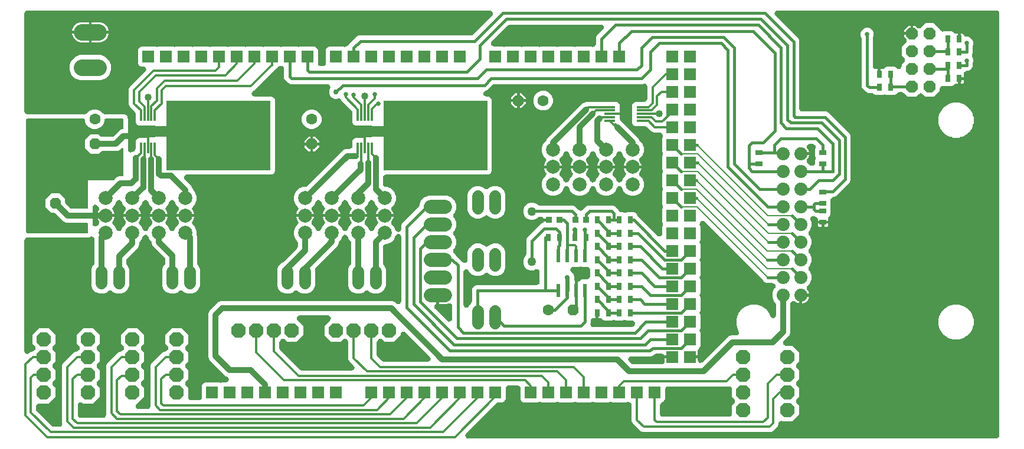
<source format=gbr>
G04 EAGLE Gerber RS-274X export*
G75*
%MOMM*%
%FSLAX34Y34*%
%LPD*%
%INTop Copper*%
%IPPOS*%
%AMOC8*
5,1,8,0,0,1.08239X$1,22.5*%
G01*
G04 Define Apertures*
%ADD10R,15.000000X10.000000*%
%ADD11R,3.016250X1.587500*%
%ADD12R,2.857500X1.587500*%
%ADD13R,1.700000X1.700000*%
%ADD14R,0.920900X0.970200*%
%ADD15R,0.601900X1.965400*%
%ADD16R,0.798700X0.973900*%
%ADD17C,1.260000*%
%ADD18C,1.727200*%
%ADD19P,1.732040X8X22.500000*%
%ADD20C,1.600200*%
%ADD21C,2.040000*%
%ADD22C,1.878669*%
%ADD23R,0.973900X0.798700*%
%ADD24P,1.869504X8X292.500000*%
%ADD25R,0.300000X1.650000*%
%ADD26R,2.000000X1.730000*%
%ADD27C,2.000000*%
%ADD28R,1.650000X0.300000*%
%ADD29R,1.730000X2.000000*%
%ADD30P,1.732040X8X292.500000*%
%ADD31P,1.732040X8X202.500000*%
%ADD32P,2.208076X8X202.500000*%
%ADD33P,2.208076X8X112.500000*%
%ADD34C,2.374900*%
%ADD35P,1.732040X8X112.500000*%
%ADD36C,0.406400*%
%ADD37C,0.304800*%
%ADD38C,0.711200*%
%ADD39R,0.812800X0.812800*%
%ADD40C,0.812800*%
%ADD41C,1.016000*%
%ADD42C,0.203200*%
%ADD43C,0.756400*%
%ADD44C,0.660400*%
%ADD45C,0.609600*%
G36*
X164115Y370567D02*
X167196Y371843D01*
X168538Y372747D01*
X169420Y374102D01*
X169705Y375597D01*
X169705Y379311D01*
X169729Y379432D01*
X169729Y386513D01*
X170657Y388753D01*
X172372Y390468D01*
X174612Y391396D01*
X185103Y391396D01*
X186688Y391718D01*
X188022Y392633D01*
X188893Y393995D01*
X189167Y395460D01*
X189167Y404640D01*
X188845Y406225D01*
X187930Y407559D01*
X186568Y408431D01*
X185103Y408704D01*
X174612Y408704D01*
X172372Y409632D01*
X170657Y411347D01*
X169729Y413587D01*
X169729Y420668D01*
X169705Y420789D01*
X169705Y426148D01*
X169383Y427733D01*
X168515Y429022D01*
X161340Y436196D01*
X160180Y438997D01*
X160180Y461416D01*
X161340Y464216D01*
X183590Y486466D01*
X184483Y487815D01*
X184780Y489405D01*
X184433Y490985D01*
X183497Y492304D01*
X182121Y493154D01*
X180716Y493404D01*
X178247Y493404D01*
X176007Y494332D01*
X174292Y496047D01*
X173364Y498287D01*
X173364Y517713D01*
X174292Y519953D01*
X176007Y521668D01*
X178247Y522596D01*
X197673Y522596D01*
X199105Y522003D01*
X200692Y521694D01*
X202215Y522003D01*
X203647Y522596D01*
X223073Y522596D01*
X224505Y522003D01*
X226092Y521694D01*
X227615Y522003D01*
X229047Y522596D01*
X248473Y522596D01*
X249905Y522003D01*
X251492Y521694D01*
X253015Y522003D01*
X254447Y522596D01*
X273873Y522596D01*
X275305Y522003D01*
X276892Y521694D01*
X278415Y522003D01*
X279847Y522596D01*
X299273Y522596D01*
X300705Y522003D01*
X302292Y521694D01*
X303815Y522003D01*
X305247Y522596D01*
X324673Y522596D01*
X326105Y522003D01*
X327692Y521694D01*
X329215Y522003D01*
X330647Y522596D01*
X350073Y522596D01*
X351505Y522003D01*
X353092Y521694D01*
X354615Y522003D01*
X356047Y522596D01*
X375473Y522596D01*
X376905Y522003D01*
X378492Y521694D01*
X380015Y522003D01*
X381447Y522596D01*
X400873Y522596D01*
X402305Y522003D01*
X403892Y521694D01*
X405415Y522003D01*
X406847Y522596D01*
X426273Y522596D01*
X428513Y521668D01*
X430228Y519953D01*
X431156Y517713D01*
X431156Y497967D01*
X431478Y496382D01*
X432393Y495048D01*
X433755Y494176D01*
X435220Y493903D01*
X438540Y493903D01*
X440125Y494225D01*
X441459Y495140D01*
X442331Y496502D01*
X442604Y497967D01*
X442604Y517713D01*
X443532Y519953D01*
X445247Y521668D01*
X447487Y522596D01*
X466913Y522596D01*
X468345Y522003D01*
X469932Y521694D01*
X471455Y522003D01*
X473385Y522802D01*
X474726Y523706D01*
X475584Y525001D01*
X475709Y525304D01*
X487521Y537116D01*
X490508Y538353D01*
X650622Y538353D01*
X652207Y538675D01*
X653496Y539543D01*
X680955Y567002D01*
X681848Y568351D01*
X682145Y569941D01*
X681798Y571521D01*
X680862Y572840D01*
X679486Y573690D01*
X678081Y573940D01*
X14224Y573940D01*
X12639Y573618D01*
X11305Y572704D01*
X10433Y571341D01*
X10160Y569876D01*
X10160Y429260D01*
X10482Y427675D01*
X11397Y426341D01*
X12759Y425469D01*
X14224Y425196D01*
X96871Y425196D01*
X98457Y425518D01*
X99745Y426386D01*
X103140Y429781D01*
X108321Y431927D01*
X113929Y431927D01*
X119110Y429781D01*
X122505Y426386D01*
X123853Y425493D01*
X125379Y425196D01*
X152337Y425196D01*
X152751Y425183D01*
X153316Y425123D01*
X153846Y425018D01*
X154365Y424866D01*
X154868Y424670D01*
X155352Y424429D01*
X155813Y424146D01*
X156247Y423824D01*
X156650Y423465D01*
X157020Y423071D01*
X157354Y422646D01*
X157649Y422192D01*
X157902Y421715D01*
X158112Y421218D01*
X158277Y420703D01*
X158396Y420176D01*
X158468Y419640D01*
X158496Y419010D01*
X158496Y374321D01*
X158818Y372736D01*
X159733Y371402D01*
X161095Y370530D01*
X162690Y370259D01*
X164115Y370567D01*
G37*
%LPC*%
G36*
X78486Y544957D02*
X78486Y545792D01*
X80680Y551090D01*
X84735Y555145D01*
X90033Y557340D01*
X102743Y557340D01*
X102743Y544957D01*
X78486Y544957D01*
G37*
G36*
X106807Y544957D02*
X106807Y557340D01*
X119517Y557340D01*
X124815Y555145D01*
X128870Y551090D01*
X131064Y545792D01*
X131064Y544957D01*
X106807Y544957D01*
G37*
G36*
X106807Y528511D02*
X106807Y540893D01*
X131064Y540893D01*
X131064Y540058D01*
X128870Y534760D01*
X124815Y530705D01*
X119517Y528511D01*
X106807Y528511D01*
G37*
G36*
X90033Y528511D02*
X84735Y530705D01*
X80680Y534760D01*
X78486Y540058D01*
X78486Y540893D01*
X102743Y540893D01*
X102743Y528511D01*
X90033Y528511D01*
G37*
G36*
X89326Y474155D02*
X82721Y476890D01*
X77666Y481946D01*
X74930Y488550D01*
X74930Y495700D01*
X77666Y502304D01*
X82721Y507360D01*
X89326Y510096D01*
X120224Y510096D01*
X126829Y507360D01*
X131884Y502304D01*
X134620Y495700D01*
X134620Y488550D01*
X131884Y481946D01*
X126829Y476890D01*
X120224Y474155D01*
X89326Y474155D01*
G37*
%LPD*%
G36*
X1406461Y-40318D02*
X1407795Y-39404D01*
X1408667Y-38041D01*
X1408940Y-36576D01*
X1408940Y569876D01*
X1408618Y571461D01*
X1407704Y572795D01*
X1406341Y573667D01*
X1404876Y573940D01*
X1090394Y573940D01*
X1088809Y573618D01*
X1087475Y572704D01*
X1086603Y571341D01*
X1086332Y569746D01*
X1086704Y568172D01*
X1087520Y567002D01*
X1120554Y533969D01*
X1121791Y530981D01*
X1121791Y432880D01*
X1122113Y431294D01*
X1123028Y429960D01*
X1124390Y429089D01*
X1125855Y428816D01*
X1160492Y428816D01*
X1163479Y427578D01*
X1194341Y396717D01*
X1195578Y393729D01*
X1195578Y330171D01*
X1194341Y327183D01*
X1174592Y307434D01*
X1171604Y306197D01*
X1170730Y306197D01*
X1169144Y305875D01*
X1167810Y304961D01*
X1166939Y303598D01*
X1166666Y302133D01*
X1166666Y281076D01*
X1165737Y278835D01*
X1164300Y277398D01*
X1163407Y276049D01*
X1163110Y274524D01*
X1163110Y272010D01*
X1148291Y272010D01*
X1148291Y274090D01*
X1147969Y275675D01*
X1147054Y277009D01*
X1145692Y277881D01*
X1144227Y278154D01*
X1144026Y278154D01*
X1143367Y278427D01*
X1141780Y278736D01*
X1140197Y278402D01*
X1138871Y277476D01*
X1138010Y276107D01*
X1137751Y274510D01*
X1138058Y273117D01*
X1139439Y269781D01*
X1139439Y263619D01*
X1137081Y257926D01*
X1136029Y256874D01*
X1135136Y255525D01*
X1134839Y253935D01*
X1135186Y252355D01*
X1136029Y251126D01*
X1137081Y250074D01*
X1139439Y244381D01*
X1139439Y238219D01*
X1137081Y232526D01*
X1136029Y231474D01*
X1135136Y230125D01*
X1134839Y228535D01*
X1135186Y226955D01*
X1136029Y225726D01*
X1137081Y224674D01*
X1139439Y218981D01*
X1139439Y212819D01*
X1137081Y207126D01*
X1136029Y206074D01*
X1135136Y204725D01*
X1134839Y203135D01*
X1135186Y201555D01*
X1136029Y200326D01*
X1137081Y199274D01*
X1139439Y193581D01*
X1139439Y187419D01*
X1137081Y181726D01*
X1133514Y178159D01*
X1132621Y176811D01*
X1132325Y175221D01*
X1132672Y173641D01*
X1133514Y172412D01*
X1134067Y171860D01*
X1135883Y167474D01*
X1135883Y167132D01*
X1121918Y167132D01*
X1121918Y153167D01*
X1121576Y153167D01*
X1117190Y154983D01*
X1116638Y155536D01*
X1115290Y156429D01*
X1113700Y156725D01*
X1112120Y156378D01*
X1110891Y155536D01*
X1109900Y154545D01*
X1109007Y153197D01*
X1108710Y151671D01*
X1108710Y110692D01*
X1107163Y106957D01*
X1099640Y99434D01*
X1098746Y98085D01*
X1098450Y96495D01*
X1098797Y94915D01*
X1099733Y93596D01*
X1101109Y92746D01*
X1102513Y92496D01*
X1111650Y92496D01*
X1121196Y82950D01*
X1121196Y69450D01*
X1118120Y66374D01*
X1117226Y65025D01*
X1116930Y63435D01*
X1117277Y61855D01*
X1118120Y60626D01*
X1121196Y57550D01*
X1121196Y44050D01*
X1118120Y40974D01*
X1117226Y39625D01*
X1116930Y38035D01*
X1117277Y36455D01*
X1118120Y35226D01*
X1121196Y32150D01*
X1121196Y18650D01*
X1118120Y15574D01*
X1117226Y14225D01*
X1116930Y12635D01*
X1117277Y11055D01*
X1118120Y9826D01*
X1121196Y6750D01*
X1121196Y-6750D01*
X1111650Y-16296D01*
X1097808Y-16296D01*
X1097472Y-16073D01*
X1095882Y-15776D01*
X1094302Y-16124D01*
X1092983Y-17059D01*
X1092133Y-18435D01*
X1091883Y-19840D01*
X1091883Y-20566D01*
X1090722Y-23366D01*
X1083816Y-30272D01*
X1081016Y-31433D01*
X897009Y-31433D01*
X894209Y-30272D01*
X882540Y-18604D01*
X881380Y-15803D01*
X881380Y7222D01*
X881058Y8807D01*
X880144Y10141D01*
X878871Y10976D01*
X877855Y11397D01*
X876268Y11706D01*
X874745Y11397D01*
X873313Y10804D01*
X853887Y10804D01*
X852455Y11397D01*
X850868Y11706D01*
X849345Y11397D01*
X847913Y10804D01*
X828487Y10804D01*
X827055Y11397D01*
X825468Y11706D01*
X823945Y11397D01*
X822513Y10804D01*
X803087Y10804D01*
X801655Y11397D01*
X800068Y11706D01*
X798545Y11397D01*
X797113Y10804D01*
X777687Y10804D01*
X776255Y11397D01*
X774668Y11706D01*
X773145Y11397D01*
X771713Y10804D01*
X752287Y10804D01*
X750855Y11397D01*
X749268Y11706D01*
X747745Y11397D01*
X746313Y10804D01*
X726887Y10804D01*
X724647Y11732D01*
X722932Y13447D01*
X722004Y15687D01*
X722004Y31179D01*
X721682Y32764D01*
X720768Y34098D01*
X719405Y34969D01*
X717940Y35243D01*
X704460Y35243D01*
X702875Y34921D01*
X701541Y34006D01*
X700669Y32644D01*
X700396Y31179D01*
X700396Y15687D01*
X699468Y13447D01*
X697753Y11732D01*
X695513Y10804D01*
X690014Y10804D01*
X688429Y10482D01*
X687140Y9614D01*
X643824Y-33702D01*
X642931Y-35051D01*
X642634Y-36641D01*
X642981Y-38221D01*
X643917Y-39540D01*
X645293Y-40390D01*
X646698Y-40640D01*
X1404876Y-40640D01*
X1406461Y-40318D01*
G37*
%LPC*%
G36*
X1277233Y450088D02*
X1271819Y455502D01*
X1270471Y456395D01*
X1268945Y456692D01*
X1265061Y456692D01*
X1263476Y456370D01*
X1262188Y455502D01*
X1260199Y453513D01*
X1257958Y452585D01*
X1247546Y452585D01*
X1246155Y453161D01*
X1244568Y453470D01*
X1243045Y453161D01*
X1241654Y452585D01*
X1231242Y452585D01*
X1229001Y453513D01*
X1228282Y454232D01*
X1226934Y455125D01*
X1225409Y455422D01*
X1220758Y455422D01*
X1217771Y456659D01*
X1212309Y462121D01*
X1211072Y465108D01*
X1211072Y534006D01*
X1210763Y535561D01*
X1209802Y537881D01*
X1209802Y541619D01*
X1211233Y545074D01*
X1213876Y547717D01*
X1217331Y549148D01*
X1221069Y549148D01*
X1224524Y547717D01*
X1227167Y545074D01*
X1228598Y541619D01*
X1228598Y537881D01*
X1227637Y535561D01*
X1227328Y534006D01*
X1227328Y494074D01*
X1227650Y492488D01*
X1228565Y491154D01*
X1229927Y490283D01*
X1231392Y490010D01*
X1234416Y490010D01*
X1234416Y480568D01*
X1238480Y480568D01*
X1238480Y490010D01*
X1240994Y490010D01*
X1242579Y490331D01*
X1243868Y491200D01*
X1245305Y492637D01*
X1247546Y493566D01*
X1257958Y493566D01*
X1260199Y492637D01*
X1261665Y491171D01*
X1263014Y490277D01*
X1264604Y489981D01*
X1266184Y490328D01*
X1267503Y491264D01*
X1268353Y492640D01*
X1268603Y494044D01*
X1268603Y496322D01*
X1272327Y500046D01*
X1273220Y501395D01*
X1273517Y502985D01*
X1273170Y504565D01*
X1272327Y505794D01*
X1268603Y509518D01*
X1268603Y521722D01*
X1274842Y527961D01*
X1275735Y529309D01*
X1276031Y530899D01*
X1275684Y532479D01*
X1274842Y533708D01*
X1272159Y536391D01*
X1272159Y538988D01*
X1285367Y538988D01*
X1285367Y552196D01*
X1287964Y552196D01*
X1290647Y549513D01*
X1291995Y548620D01*
X1293585Y548324D01*
X1295165Y548671D01*
X1296394Y549513D01*
X1302633Y555752D01*
X1314837Y555752D01*
X1323660Y546929D01*
X1323789Y546295D01*
X1324704Y544960D01*
X1326066Y544089D01*
X1327661Y543818D01*
X1329086Y544125D01*
X1329667Y544366D01*
X1340079Y544366D01*
X1342320Y543437D01*
X1343757Y542000D01*
X1345106Y541107D01*
X1346631Y540810D01*
X1349145Y540810D01*
X1349145Y531368D01*
X1353209Y531368D01*
X1353209Y540810D01*
X1355676Y540810D01*
X1356609Y540423D01*
X1357324Y539708D01*
X1357635Y538957D01*
X1358539Y537616D01*
X1359895Y536733D01*
X1361390Y536448D01*
X1363944Y536448D01*
X1367399Y535017D01*
X1370042Y532374D01*
X1371473Y528919D01*
X1371473Y525181D01*
X1370512Y522861D01*
X1370203Y521306D01*
X1370203Y512733D01*
X1369657Y511415D01*
X1369348Y509827D01*
X1369682Y508245D01*
X1369795Y508079D01*
X1371473Y504027D01*
X1371473Y500289D01*
X1370512Y497969D01*
X1370203Y496414D01*
X1370203Y493683D01*
X1368966Y490696D01*
X1366679Y488409D01*
X1363692Y487172D01*
X1362216Y487172D01*
X1360631Y486850D01*
X1359343Y485982D01*
X1358833Y485472D01*
X1357939Y484123D01*
X1357643Y482533D01*
X1357711Y482206D01*
X1357711Y478282D01*
X1349145Y478282D01*
X1349145Y468841D01*
X1346631Y468841D01*
X1345046Y468519D01*
X1343757Y467650D01*
X1342320Y466213D01*
X1340079Y465285D01*
X1329667Y465285D01*
X1329086Y465525D01*
X1327499Y465834D01*
X1325916Y465500D01*
X1324589Y464575D01*
X1323729Y463205D01*
X1323467Y461770D01*
X1323467Y458718D01*
X1314837Y450088D01*
X1302633Y450088D01*
X1298909Y453812D01*
X1297560Y454705D01*
X1295970Y455002D01*
X1294390Y454655D01*
X1293161Y453812D01*
X1289437Y450088D01*
X1277233Y450088D01*
G37*
G36*
X1272159Y543052D02*
X1272159Y545649D01*
X1278706Y552196D01*
X1281303Y552196D01*
X1281303Y543052D01*
X1272159Y543052D01*
G37*
G36*
X1353209Y468841D02*
X1353209Y474218D01*
X1357711Y474218D01*
X1357711Y470875D01*
X1357324Y469942D01*
X1356609Y469227D01*
X1355676Y468841D01*
X1353209Y468841D01*
G37*
G36*
X1342655Y391400D02*
X1339593Y392395D01*
X1339389Y392455D01*
X1336929Y393115D01*
X1336720Y393235D01*
X1335944Y393581D01*
X1335075Y393863D01*
X1333091Y395305D01*
X1332734Y395537D01*
X1331191Y396427D01*
X1330475Y397143D01*
X1329991Y397557D01*
X1328627Y398547D01*
X1327637Y399911D01*
X1327223Y400395D01*
X1326507Y401111D01*
X1325617Y402654D01*
X1325385Y403011D01*
X1323943Y404995D01*
X1323661Y405864D01*
X1323315Y406640D01*
X1323195Y406849D01*
X1322535Y409309D01*
X1322475Y409513D01*
X1321480Y412575D01*
X1321480Y420545D01*
X1322475Y423607D01*
X1322535Y423811D01*
X1323195Y426271D01*
X1323315Y426480D01*
X1323661Y427256D01*
X1323943Y428125D01*
X1325385Y430110D01*
X1325617Y430466D01*
X1326507Y432009D01*
X1327223Y432725D01*
X1327637Y433210D01*
X1328627Y434573D01*
X1329991Y435563D01*
X1330475Y435977D01*
X1331191Y436693D01*
X1332734Y437584D01*
X1333091Y437815D01*
X1335075Y439257D01*
X1335944Y439539D01*
X1336720Y439885D01*
X1336929Y440005D01*
X1339389Y440665D01*
X1339593Y440725D01*
X1342655Y441720D01*
X1350625Y441720D01*
X1353687Y440725D01*
X1353891Y440665D01*
X1356351Y440005D01*
X1356560Y439885D01*
X1357336Y439539D01*
X1358205Y439257D01*
X1360190Y437815D01*
X1360546Y437584D01*
X1362089Y436693D01*
X1362805Y435977D01*
X1363290Y435563D01*
X1364653Y434573D01*
X1365643Y433210D01*
X1366057Y432725D01*
X1366773Y432009D01*
X1367664Y430466D01*
X1367895Y430110D01*
X1369337Y428125D01*
X1369619Y427256D01*
X1369965Y426480D01*
X1370085Y426271D01*
X1370745Y423811D01*
X1370805Y423607D01*
X1371800Y420545D01*
X1371800Y412575D01*
X1370805Y409513D01*
X1370745Y409309D01*
X1370085Y406849D01*
X1369965Y406640D01*
X1369619Y405864D01*
X1369337Y404995D01*
X1367895Y403011D01*
X1367664Y402654D01*
X1366773Y401111D01*
X1366057Y400395D01*
X1365643Y399911D01*
X1364653Y398547D01*
X1363290Y397557D01*
X1362805Y397143D01*
X1362089Y396427D01*
X1360546Y395537D01*
X1360190Y395305D01*
X1358205Y393863D01*
X1357336Y393581D01*
X1356560Y393235D01*
X1356351Y393115D01*
X1353891Y392455D01*
X1353687Y392395D01*
X1350625Y391400D01*
X1342655Y391400D01*
G37*
G36*
X1157732Y263445D02*
X1157732Y267946D01*
X1163110Y267946D01*
X1163110Y265479D01*
X1162723Y264546D01*
X1162008Y263831D01*
X1161075Y263445D01*
X1157732Y263445D01*
G37*
G36*
X1150325Y263445D02*
X1149392Y263831D01*
X1148677Y264546D01*
X1148291Y265479D01*
X1148291Y267946D01*
X1153668Y267946D01*
X1153668Y263445D01*
X1150325Y263445D01*
G37*
G36*
X1125982Y153167D02*
X1125982Y163068D01*
X1135883Y163068D01*
X1135883Y162726D01*
X1134067Y158340D01*
X1130710Y154983D01*
X1126324Y153167D01*
X1125982Y153167D01*
G37*
G36*
X1342655Y101400D02*
X1339593Y102395D01*
X1339389Y102455D01*
X1336929Y103115D01*
X1336720Y103235D01*
X1335944Y103581D01*
X1335075Y103863D01*
X1333091Y105305D01*
X1332734Y105537D01*
X1331191Y106427D01*
X1330475Y107143D01*
X1329991Y107557D01*
X1328627Y108547D01*
X1327637Y109911D01*
X1327223Y110395D01*
X1326507Y111111D01*
X1325617Y112654D01*
X1325385Y113011D01*
X1323943Y114995D01*
X1323661Y115864D01*
X1323315Y116640D01*
X1323195Y116849D01*
X1322535Y119309D01*
X1322475Y119513D01*
X1321480Y122575D01*
X1321480Y130545D01*
X1322475Y133607D01*
X1322535Y133811D01*
X1323195Y136271D01*
X1323315Y136480D01*
X1323661Y137256D01*
X1323943Y138125D01*
X1325385Y140110D01*
X1325617Y140466D01*
X1326507Y142009D01*
X1327223Y142725D01*
X1327637Y143210D01*
X1328627Y144573D01*
X1329991Y145563D01*
X1330475Y145977D01*
X1331191Y146693D01*
X1332734Y147584D01*
X1333091Y147815D01*
X1335075Y149257D01*
X1335944Y149539D01*
X1336720Y149885D01*
X1336929Y150005D01*
X1339389Y150665D01*
X1339593Y150725D01*
X1342655Y151720D01*
X1350625Y151720D01*
X1353687Y150725D01*
X1353891Y150665D01*
X1356351Y150005D01*
X1356560Y149885D01*
X1357336Y149539D01*
X1358205Y149257D01*
X1360190Y147815D01*
X1360546Y147584D01*
X1362089Y146693D01*
X1362805Y145977D01*
X1363290Y145563D01*
X1364653Y144573D01*
X1365643Y143210D01*
X1366057Y142725D01*
X1366773Y142009D01*
X1367664Y140466D01*
X1367895Y140110D01*
X1369337Y138125D01*
X1369619Y137256D01*
X1369965Y136480D01*
X1370085Y136271D01*
X1370745Y133811D01*
X1370805Y133607D01*
X1371800Y130545D01*
X1371800Y122575D01*
X1370805Y119513D01*
X1370745Y119309D01*
X1370085Y116849D01*
X1369965Y116640D01*
X1369619Y115864D01*
X1369337Y114995D01*
X1367895Y113011D01*
X1367664Y112654D01*
X1366773Y111111D01*
X1366057Y110395D01*
X1365643Y109911D01*
X1364653Y108547D01*
X1363290Y107557D01*
X1362805Y107143D01*
X1362089Y106427D01*
X1360546Y105537D01*
X1360190Y105305D01*
X1358205Y103863D01*
X1357336Y103581D01*
X1356560Y103235D01*
X1356351Y103115D01*
X1353891Y102455D01*
X1353687Y102395D01*
X1350625Y101400D01*
X1342655Y101400D01*
G37*
%LPD*%
G36*
X827055Y522003D02*
X827563Y522213D01*
X828904Y523117D01*
X829787Y524473D01*
X830072Y525968D01*
X830072Y535017D01*
X831309Y538004D01*
X840215Y546909D01*
X841108Y548258D01*
X841404Y549848D01*
X841057Y551428D01*
X840122Y552747D01*
X838745Y553597D01*
X837341Y553847D01*
X706725Y553847D01*
X705140Y553525D01*
X703851Y552657D01*
X680728Y529534D01*
X679835Y528185D01*
X679539Y526595D01*
X679886Y525015D01*
X680821Y523696D01*
X682198Y522846D01*
X683602Y522596D01*
X695513Y522596D01*
X696945Y522003D01*
X698532Y521694D01*
X700055Y522003D01*
X701487Y522596D01*
X720913Y522596D01*
X722345Y522003D01*
X723932Y521694D01*
X725455Y522003D01*
X726887Y522596D01*
X746313Y522596D01*
X747745Y522003D01*
X749332Y521694D01*
X750855Y522003D01*
X752287Y522596D01*
X771713Y522596D01*
X773145Y522003D01*
X774732Y521694D01*
X776255Y522003D01*
X777687Y522596D01*
X797113Y522596D01*
X798545Y522003D01*
X800132Y521694D01*
X801655Y522003D01*
X803087Y522596D01*
X822513Y522596D01*
X823945Y522003D01*
X825532Y521694D01*
X827055Y522003D01*
G37*
G36*
X62112Y-23808D02*
X63446Y-22894D01*
X64318Y-21531D01*
X64589Y-19936D01*
X64281Y-18511D01*
X63818Y-17391D01*
X63818Y63428D01*
X64978Y66229D01*
X81409Y82660D01*
X84209Y83820D01*
X84491Y83820D01*
X86076Y84142D01*
X87364Y85010D01*
X88380Y86026D01*
X89274Y87375D01*
X89570Y88965D01*
X89223Y90545D01*
X88380Y91774D01*
X85304Y94850D01*
X85304Y108350D01*
X94850Y117896D01*
X108350Y117896D01*
X117896Y108350D01*
X117896Y94850D01*
X114820Y91774D01*
X113926Y90425D01*
X113630Y88835D01*
X113977Y87255D01*
X114820Y86026D01*
X117896Y82950D01*
X117896Y69450D01*
X114820Y66374D01*
X113926Y65025D01*
X113630Y63435D01*
X113977Y61855D01*
X114820Y60626D01*
X117896Y57550D01*
X117896Y44050D01*
X114820Y40974D01*
X113926Y39625D01*
X113630Y38035D01*
X113977Y36455D01*
X114820Y35226D01*
X117896Y32150D01*
X117896Y18650D01*
X108350Y9104D01*
X94850Y9104D01*
X93933Y10021D01*
X92584Y10915D01*
X90994Y11211D01*
X89414Y10864D01*
X88095Y9928D01*
X87245Y8552D01*
X86995Y7148D01*
X86995Y-7366D01*
X87317Y-8951D01*
X88232Y-10285D01*
X89594Y-11157D01*
X91059Y-11430D01*
X123369Y-11430D01*
X124954Y-11108D01*
X126288Y-10194D01*
X127160Y-8831D01*
X127431Y-7236D01*
X127318Y-6709D01*
X127318Y63428D01*
X128478Y66229D01*
X144909Y82660D01*
X147709Y83820D01*
X147991Y83820D01*
X149576Y84142D01*
X150864Y85010D01*
X151880Y86026D01*
X152774Y87375D01*
X153070Y88965D01*
X152723Y90545D01*
X151880Y91774D01*
X148804Y94850D01*
X148804Y108350D01*
X158350Y117896D01*
X171850Y117896D01*
X181396Y108350D01*
X181396Y94850D01*
X178320Y91774D01*
X177426Y90425D01*
X177130Y88835D01*
X177477Y87255D01*
X178320Y86026D01*
X181396Y82950D01*
X181396Y69450D01*
X178320Y66374D01*
X177426Y65025D01*
X177130Y63435D01*
X177477Y61855D01*
X178320Y60626D01*
X181396Y57550D01*
X181396Y44050D01*
X178320Y40974D01*
X177426Y39625D01*
X177130Y38035D01*
X177477Y36455D01*
X178320Y35226D01*
X181396Y32150D01*
X181396Y18650D01*
X170954Y8208D01*
X170060Y6859D01*
X169764Y5269D01*
X170111Y3689D01*
X171047Y2370D01*
X172423Y1520D01*
X173827Y1270D01*
X186754Y1270D01*
X188339Y1592D01*
X189673Y2507D01*
X190544Y3869D01*
X190818Y5334D01*
X190818Y63428D01*
X191978Y66229D01*
X208409Y82660D01*
X211209Y83820D01*
X211491Y83820D01*
X213076Y84142D01*
X214364Y85010D01*
X215380Y86026D01*
X216274Y87375D01*
X216570Y88965D01*
X216223Y90545D01*
X215380Y91774D01*
X212304Y94850D01*
X212304Y108350D01*
X221850Y117896D01*
X235350Y117896D01*
X244896Y108350D01*
X244896Y94850D01*
X241820Y91774D01*
X240926Y90425D01*
X240630Y88835D01*
X240977Y87255D01*
X241820Y86026D01*
X244896Y82950D01*
X244896Y69450D01*
X241820Y66374D01*
X240926Y65025D01*
X240630Y63435D01*
X240977Y61855D01*
X241820Y60626D01*
X244896Y57550D01*
X244896Y44050D01*
X241820Y40974D01*
X240926Y39625D01*
X240630Y38035D01*
X240977Y36455D01*
X241820Y35226D01*
X244896Y32150D01*
X244896Y18034D01*
X245218Y16449D01*
X246133Y15115D01*
X247495Y14243D01*
X248960Y13970D01*
X260740Y13970D01*
X262325Y14292D01*
X263659Y15207D01*
X264531Y16569D01*
X264804Y18034D01*
X264804Y35113D01*
X265732Y37353D01*
X267447Y39068D01*
X269687Y39996D01*
X289113Y39996D01*
X290545Y39403D01*
X292132Y39094D01*
X293655Y39403D01*
X295087Y39996D01*
X299233Y39996D01*
X300818Y40318D01*
X302152Y41233D01*
X303024Y42595D01*
X303295Y44190D01*
X302923Y45764D01*
X301966Y47068D01*
X300788Y47815D01*
X299045Y48537D01*
X275549Y72032D01*
X274003Y75767D01*
X274003Y138546D01*
X275549Y142280D01*
X287932Y154663D01*
X291667Y156210D01*
X538596Y156210D01*
X542330Y154663D01*
X543734Y153259D01*
X545083Y152366D01*
X546673Y152069D01*
X548253Y152416D01*
X549572Y153352D01*
X550422Y154728D01*
X550672Y156133D01*
X550672Y248937D01*
X550350Y250522D01*
X549436Y251856D01*
X548073Y252727D01*
X546478Y252999D01*
X544904Y252626D01*
X543600Y251670D01*
X542853Y250492D01*
X540696Y245282D01*
X536168Y240754D01*
X530252Y238304D01*
X528374Y238304D01*
X526789Y237982D01*
X525455Y237068D01*
X524583Y235705D01*
X524310Y234240D01*
X524310Y211494D01*
X524632Y209908D01*
X525500Y208620D01*
X526639Y207481D01*
X528882Y202066D01*
X528882Y178934D01*
X526639Y173519D01*
X522495Y169375D01*
X517080Y167132D01*
X511220Y167132D01*
X505805Y169375D01*
X504524Y170656D01*
X503175Y171549D01*
X501585Y171846D01*
X500005Y171499D01*
X498776Y170656D01*
X497495Y169375D01*
X492080Y167132D01*
X486220Y167132D01*
X480805Y169375D01*
X476661Y173519D01*
X474418Y178934D01*
X474418Y202066D01*
X476661Y207481D01*
X477800Y208620D01*
X478693Y209968D01*
X478990Y211494D01*
X478990Y239913D01*
X478668Y241499D01*
X477800Y242787D01*
X475304Y245282D01*
X473655Y249265D01*
X472751Y250607D01*
X471395Y251489D01*
X469803Y251773D01*
X468226Y251413D01*
X466914Y250467D01*
X466145Y249265D01*
X464496Y245282D01*
X462200Y242987D01*
X461307Y241639D01*
X461010Y240113D01*
X461010Y239679D01*
X459463Y235945D01*
X428472Y204954D01*
X427579Y203605D01*
X427282Y202080D01*
X427282Y178934D01*
X425039Y173519D01*
X420895Y169375D01*
X415480Y167132D01*
X409620Y167132D01*
X404205Y169375D01*
X402924Y170656D01*
X401575Y171549D01*
X399985Y171846D01*
X398405Y171499D01*
X397176Y170656D01*
X395895Y169375D01*
X390480Y167132D01*
X384620Y167132D01*
X379205Y169375D01*
X375061Y173519D01*
X372818Y178934D01*
X372818Y202066D01*
X375061Y207481D01*
X379205Y211625D01*
X381534Y212590D01*
X382852Y213471D01*
X401400Y232018D01*
X402293Y233367D01*
X402590Y234892D01*
X402590Y240113D01*
X402268Y241699D01*
X401400Y242987D01*
X399104Y245282D01*
X396654Y251198D01*
X396654Y257602D01*
X399104Y263518D01*
X402128Y266541D01*
X403021Y267889D01*
X403317Y269479D01*
X402970Y271059D01*
X402128Y272288D01*
X402119Y272297D01*
X400210Y276906D01*
X400210Y277368D01*
X425290Y277368D01*
X425290Y276906D01*
X423381Y272297D01*
X423372Y272288D01*
X422479Y270940D01*
X422183Y269350D01*
X422530Y267770D01*
X423372Y266541D01*
X426396Y263518D01*
X428045Y259535D01*
X428949Y258193D01*
X430305Y257311D01*
X431897Y257027D01*
X433474Y257387D01*
X434786Y258333D01*
X435555Y259535D01*
X437204Y263518D01*
X440228Y266541D01*
X441121Y267889D01*
X441417Y269479D01*
X441070Y271059D01*
X440228Y272288D01*
X440219Y272297D01*
X438310Y276906D01*
X438310Y277368D01*
X463390Y277368D01*
X463390Y276906D01*
X461481Y272297D01*
X461472Y272288D01*
X460579Y270940D01*
X460283Y269350D01*
X460630Y267770D01*
X461472Y266541D01*
X464496Y263518D01*
X466145Y259535D01*
X467049Y258193D01*
X468405Y257311D01*
X469997Y257027D01*
X471574Y257387D01*
X472886Y258333D01*
X473655Y259535D01*
X475304Y263518D01*
X478328Y266541D01*
X479221Y267889D01*
X479517Y269479D01*
X479170Y271059D01*
X478328Y272288D01*
X478319Y272297D01*
X476410Y276906D01*
X476410Y277368D01*
X501490Y277368D01*
X501490Y276906D01*
X499581Y272297D01*
X499572Y272288D01*
X498679Y270940D01*
X498383Y269350D01*
X498730Y267770D01*
X499572Y266541D01*
X502596Y263518D01*
X504245Y259535D01*
X505149Y258193D01*
X506505Y257311D01*
X508097Y257027D01*
X509674Y257387D01*
X510986Y258333D01*
X511755Y259535D01*
X513404Y263518D01*
X516428Y266541D01*
X517321Y267889D01*
X517617Y269479D01*
X517270Y271059D01*
X516428Y272288D01*
X516419Y272297D01*
X514510Y276906D01*
X514510Y277368D01*
X539590Y277368D01*
X539590Y276906D01*
X537681Y272297D01*
X537672Y272288D01*
X536779Y270940D01*
X536483Y269350D01*
X536830Y267770D01*
X537672Y266541D01*
X540696Y263518D01*
X542853Y258308D01*
X543757Y256967D01*
X545113Y256084D01*
X546705Y255801D01*
X548282Y256160D01*
X549594Y257107D01*
X550433Y258489D01*
X550672Y259863D01*
X550672Y265142D01*
X551909Y268129D01*
X575564Y291783D01*
X576457Y293132D01*
X576754Y294657D01*
X576754Y295341D01*
X579235Y301331D01*
X583819Y305915D01*
X589809Y308396D01*
X616691Y308396D01*
X622681Y305915D01*
X627265Y301331D01*
X629746Y295341D01*
X629746Y288859D01*
X627265Y282869D01*
X626670Y282274D01*
X625776Y280925D01*
X625480Y279335D01*
X625827Y277755D01*
X626670Y276526D01*
X627265Y275931D01*
X629746Y269941D01*
X629746Y263459D01*
X627265Y257469D01*
X626670Y256874D01*
X625776Y255525D01*
X625480Y253935D01*
X625827Y252355D01*
X626670Y251126D01*
X627265Y250531D01*
X629746Y244541D01*
X629746Y238059D01*
X627265Y232069D01*
X626670Y231474D01*
X625776Y230125D01*
X625480Y228535D01*
X625827Y226955D01*
X626670Y225726D01*
X627265Y225131D01*
X627743Y223976D01*
X628624Y222658D01*
X638930Y212352D01*
X640279Y211459D01*
X641869Y211162D01*
X643449Y211509D01*
X644768Y212445D01*
X645618Y213821D01*
X645868Y215226D01*
X645868Y227466D01*
X648111Y232881D01*
X652255Y237025D01*
X657670Y239268D01*
X663530Y239268D01*
X668945Y237025D01*
X670226Y235744D01*
X671575Y234851D01*
X673165Y234554D01*
X674745Y234901D01*
X675974Y235744D01*
X677255Y237025D01*
X682670Y239268D01*
X688530Y239268D01*
X693945Y237025D01*
X698089Y232881D01*
X700332Y227466D01*
X700332Y204334D01*
X698089Y198919D01*
X693945Y194775D01*
X688530Y192532D01*
X682670Y192532D01*
X677255Y194775D01*
X675974Y196056D01*
X674625Y196949D01*
X673035Y197246D01*
X671455Y196899D01*
X670226Y196056D01*
X668945Y194775D01*
X663530Y192532D01*
X657670Y192532D01*
X652255Y194775D01*
X648111Y198919D01*
X647772Y199738D01*
X646868Y201079D01*
X645512Y201962D01*
X643920Y202245D01*
X642343Y201886D01*
X641031Y200940D01*
X640192Y199557D01*
X639953Y198183D01*
X639953Y151067D01*
X640275Y149482D01*
X641190Y148148D01*
X642552Y147277D01*
X644147Y147005D01*
X645721Y147378D01*
X647025Y148334D01*
X647772Y149512D01*
X648111Y150331D01*
X651082Y153302D01*
X651975Y154650D01*
X652272Y156176D01*
X652272Y173067D01*
X653509Y176054D01*
X655796Y178341D01*
X658783Y179578D01*
X745046Y179578D01*
X746631Y179900D01*
X747965Y180815D01*
X748836Y182177D01*
X749110Y183642D01*
X749110Y198062D01*
X748788Y199647D01*
X747873Y200981D01*
X746511Y201853D01*
X744916Y202124D01*
X743490Y201817D01*
X740653Y200642D01*
X735722Y200642D01*
X731166Y202529D01*
X727679Y206016D01*
X725792Y210572D01*
X725792Y215503D01*
X727679Y220059D01*
X728869Y221250D01*
X729762Y222598D01*
X730060Y224123D01*
X730060Y244504D01*
X731297Y247492D01*
X751046Y267241D01*
X752538Y267859D01*
X753879Y268763D01*
X754762Y270118D01*
X754934Y271018D01*
X764224Y271018D01*
X764224Y275082D01*
X754738Y275082D01*
X754725Y275143D01*
X753811Y276477D01*
X752448Y277349D01*
X750983Y277622D01*
X749586Y277622D01*
X748001Y277300D01*
X746712Y276432D01*
X745209Y274929D01*
X740653Y273042D01*
X735722Y273042D01*
X731166Y274929D01*
X727679Y278416D01*
X725792Y282972D01*
X725792Y287903D01*
X727679Y292459D01*
X731166Y295946D01*
X735722Y297834D01*
X740653Y297834D01*
X745209Y295946D01*
X746087Y295068D01*
X747436Y294175D01*
X748961Y293878D01*
X796954Y293878D01*
X799942Y292641D01*
X805164Y287418D01*
X806512Y286525D01*
X808102Y286229D01*
X809682Y286576D01*
X810911Y287418D01*
X816133Y292641D01*
X819121Y293878D01*
X854104Y293878D01*
X857092Y292641D01*
X862553Y287179D01*
X862824Y286524D01*
X863728Y285183D01*
X865084Y284301D01*
X866579Y284016D01*
X868592Y284016D01*
X869982Y283439D01*
X871570Y283130D01*
X873093Y283439D01*
X874483Y284016D01*
X884896Y284016D01*
X887136Y283087D01*
X888851Y281373D01*
X889561Y279659D01*
X890442Y278341D01*
X918266Y250516D01*
X919615Y249623D01*
X921205Y249326D01*
X922785Y249673D01*
X924104Y250609D01*
X924954Y251985D01*
X925204Y253390D01*
X925204Y263713D01*
X925797Y265145D01*
X926106Y266732D01*
X925797Y268255D01*
X925204Y269687D01*
X925204Y289113D01*
X925797Y290545D01*
X926106Y292132D01*
X925797Y293655D01*
X925204Y295087D01*
X925204Y314513D01*
X925797Y315945D01*
X926106Y317532D01*
X925797Y319055D01*
X925204Y320487D01*
X925204Y339913D01*
X925797Y341345D01*
X926106Y342932D01*
X925797Y344455D01*
X925204Y345887D01*
X925204Y365313D01*
X925797Y366745D01*
X926106Y368332D01*
X925797Y369855D01*
X925204Y371287D01*
X925204Y390713D01*
X925797Y392145D01*
X926106Y393732D01*
X925797Y395255D01*
X925376Y396271D01*
X924472Y397613D01*
X923117Y398495D01*
X921622Y398780D01*
X912884Y398780D01*
X910084Y399940D01*
X903384Y406640D01*
X902036Y407533D01*
X900510Y407830D01*
X893864Y407830D01*
X893743Y407854D01*
X886662Y407854D01*
X884422Y408782D01*
X882707Y410497D01*
X881779Y412737D01*
X881779Y438163D01*
X882707Y440403D01*
X884422Y442118D01*
X886662Y443046D01*
X893743Y443046D01*
X893864Y443070D01*
X899541Y443070D01*
X901126Y443392D01*
X902460Y444307D01*
X903332Y445669D01*
X903605Y447134D01*
X903605Y464789D01*
X903283Y466375D01*
X902369Y467709D01*
X901006Y468580D01*
X899411Y468851D01*
X897986Y468544D01*
X896967Y468122D01*
X684500Y468122D01*
X682915Y467800D01*
X681626Y466932D01*
X674529Y459834D01*
X670981Y458365D01*
X669640Y457461D01*
X668757Y456105D01*
X668473Y454513D01*
X668833Y452936D01*
X669779Y451624D01*
X671162Y450785D01*
X672536Y450546D01*
X675838Y450546D01*
X678078Y449618D01*
X679793Y447903D01*
X680721Y445663D01*
X680721Y343237D01*
X679793Y340997D01*
X678078Y339282D01*
X675838Y338354D01*
X528574Y338354D01*
X526989Y338032D01*
X525655Y337118D01*
X524783Y335755D01*
X524510Y334290D01*
X524510Y324560D01*
X524832Y322975D01*
X525747Y321641D01*
X527109Y320769D01*
X528574Y320496D01*
X530252Y320496D01*
X536168Y318046D01*
X540696Y313518D01*
X543146Y307602D01*
X543146Y301198D01*
X540696Y295282D01*
X537672Y292259D01*
X536779Y290911D01*
X536483Y289321D01*
X536830Y287741D01*
X537672Y286512D01*
X537681Y286503D01*
X539590Y281894D01*
X539590Y281432D01*
X514510Y281432D01*
X514510Y281894D01*
X516419Y286503D01*
X516428Y286512D01*
X517321Y287860D01*
X517617Y289450D01*
X517270Y291030D01*
X516428Y292259D01*
X513404Y295282D01*
X511755Y299265D01*
X510851Y300607D01*
X509495Y301489D01*
X507903Y301773D01*
X506326Y301413D01*
X505014Y300467D01*
X504245Y299265D01*
X502596Y295282D01*
X499572Y292259D01*
X498679Y290911D01*
X498383Y289321D01*
X498730Y287741D01*
X499572Y286512D01*
X499581Y286503D01*
X501490Y281894D01*
X501490Y281432D01*
X476410Y281432D01*
X476410Y281894D01*
X478319Y286503D01*
X478328Y286512D01*
X479221Y287860D01*
X479517Y289450D01*
X479170Y291030D01*
X478328Y292259D01*
X475304Y295282D01*
X473655Y299265D01*
X472751Y300607D01*
X471395Y301489D01*
X469803Y301773D01*
X468226Y301413D01*
X466914Y300467D01*
X466145Y299265D01*
X464496Y295282D01*
X461472Y292259D01*
X460579Y290911D01*
X460283Y289321D01*
X460630Y287741D01*
X461472Y286512D01*
X461481Y286503D01*
X463390Y281894D01*
X463390Y281432D01*
X438310Y281432D01*
X438310Y281894D01*
X440219Y286503D01*
X440228Y286512D01*
X441121Y287860D01*
X441417Y289450D01*
X441070Y291030D01*
X440228Y292259D01*
X437204Y295282D01*
X435555Y299265D01*
X434651Y300607D01*
X433295Y301489D01*
X431703Y301773D01*
X430126Y301413D01*
X428814Y300467D01*
X428045Y299265D01*
X426396Y295282D01*
X423372Y292259D01*
X422479Y290911D01*
X422183Y289321D01*
X422530Y287741D01*
X423372Y286512D01*
X423381Y286503D01*
X425290Y281894D01*
X425290Y281432D01*
X400210Y281432D01*
X400210Y281894D01*
X402119Y286503D01*
X402128Y286512D01*
X403021Y287860D01*
X403317Y289450D01*
X402970Y291030D01*
X402128Y292259D01*
X399104Y295282D01*
X396654Y301198D01*
X396654Y307602D01*
X399104Y313518D01*
X403632Y318046D01*
X409548Y320496D01*
X412794Y320496D01*
X414379Y320818D01*
X415668Y321686D01*
X467720Y373738D01*
X471454Y375285D01*
X476791Y375285D01*
X478376Y375607D01*
X479710Y376522D01*
X480541Y377821D01*
X480546Y377819D01*
X480556Y377844D01*
X480582Y377884D01*
X480742Y378745D01*
X480879Y379432D01*
X480879Y386513D01*
X481807Y388753D01*
X483522Y390468D01*
X485762Y391396D01*
X496188Y391396D01*
X496285Y391356D01*
X497872Y391047D01*
X499455Y391381D01*
X500782Y392306D01*
X501642Y393676D01*
X501904Y395110D01*
X501904Y404640D01*
X501582Y406225D01*
X500668Y407559D01*
X499305Y408431D01*
X497840Y408704D01*
X485762Y408704D01*
X483522Y409632D01*
X481807Y411347D01*
X480879Y413587D01*
X480879Y420668D01*
X480855Y420789D01*
X480855Y427198D01*
X480533Y428783D01*
X479665Y430072D01*
X464790Y444946D01*
X464681Y445208D01*
X463778Y446550D01*
X462422Y447432D01*
X460830Y447716D01*
X459372Y447408D01*
X459165Y447322D01*
X455235Y447322D01*
X451605Y448826D01*
X448826Y451605D01*
X447322Y455235D01*
X447322Y459165D01*
X448705Y462503D01*
X449014Y464090D01*
X448679Y465673D01*
X447754Y467000D01*
X446385Y467860D01*
X444950Y468122D01*
X392083Y468122D01*
X389096Y469359D01*
X383634Y474821D01*
X382397Y477808D01*
X382397Y490190D01*
X382075Y491775D01*
X381161Y493109D01*
X379798Y493981D01*
X378203Y494252D01*
X376778Y493945D01*
X375025Y493219D01*
X374353Y493082D01*
X373019Y492168D01*
X372282Y491046D01*
X370076Y488840D01*
X369739Y488700D01*
X368421Y487819D01*
X339279Y458678D01*
X338523Y458365D01*
X337182Y457461D01*
X336300Y456105D01*
X336016Y454513D01*
X336376Y452936D01*
X337322Y451624D01*
X338705Y450785D01*
X340079Y450546D01*
X364688Y450546D01*
X366928Y449618D01*
X368643Y447903D01*
X369571Y445663D01*
X369571Y343237D01*
X368643Y340997D01*
X366928Y339282D01*
X364688Y338354D01*
X243038Y338354D01*
X241453Y338032D01*
X240119Y337118D01*
X239248Y335755D01*
X238976Y334160D01*
X239349Y332586D01*
X240165Y331416D01*
X249913Y321668D01*
X251760Y317209D01*
X251782Y317101D01*
X252650Y315813D01*
X254946Y313518D01*
X257396Y307602D01*
X257396Y301198D01*
X254946Y295282D01*
X251922Y292259D01*
X251029Y290911D01*
X250733Y289321D01*
X251080Y287741D01*
X251922Y286512D01*
X251931Y286503D01*
X253840Y281894D01*
X253840Y281432D01*
X228760Y281432D01*
X228760Y281894D01*
X230669Y286503D01*
X230678Y286512D01*
X231571Y287860D01*
X231867Y289450D01*
X231520Y291030D01*
X230678Y292259D01*
X227654Y295282D01*
X226005Y299265D01*
X225101Y300607D01*
X223745Y301489D01*
X222153Y301773D01*
X220576Y301413D01*
X219264Y300467D01*
X218495Y299265D01*
X216846Y295282D01*
X213822Y292259D01*
X212929Y290911D01*
X212633Y289321D01*
X212980Y287741D01*
X213822Y286512D01*
X213831Y286503D01*
X215740Y281894D01*
X215740Y281432D01*
X190660Y281432D01*
X190660Y281894D01*
X192569Y286503D01*
X192578Y286512D01*
X193471Y287860D01*
X193767Y289450D01*
X193420Y291030D01*
X192578Y292259D01*
X189554Y295282D01*
X187905Y299265D01*
X187001Y300607D01*
X185645Y301489D01*
X184053Y301773D01*
X182476Y301413D01*
X181164Y300467D01*
X180395Y299265D01*
X178746Y295282D01*
X175722Y292259D01*
X174829Y290911D01*
X174533Y289321D01*
X174880Y287741D01*
X175722Y286512D01*
X175731Y286503D01*
X177640Y281894D01*
X177640Y281432D01*
X152560Y281432D01*
X152560Y281894D01*
X154469Y286503D01*
X154478Y286512D01*
X155371Y287860D01*
X155667Y289450D01*
X155320Y291030D01*
X154478Y292259D01*
X151454Y295282D01*
X149805Y299265D01*
X148901Y300607D01*
X147545Y301489D01*
X145953Y301773D01*
X144376Y301413D01*
X143064Y300467D01*
X142295Y299265D01*
X140646Y295282D01*
X137622Y292259D01*
X136729Y290911D01*
X136433Y289321D01*
X136780Y287741D01*
X137622Y286512D01*
X137631Y286503D01*
X139540Y281894D01*
X139540Y281432D01*
X124968Y281432D01*
X124968Y277368D01*
X139540Y277368D01*
X139540Y276906D01*
X137631Y272297D01*
X137622Y272288D01*
X136729Y270940D01*
X136433Y269350D01*
X136780Y267770D01*
X137622Y266541D01*
X140646Y263518D01*
X142295Y259535D01*
X143199Y258193D01*
X144555Y257311D01*
X146147Y257027D01*
X147724Y257387D01*
X149036Y258333D01*
X149805Y259535D01*
X151454Y263518D01*
X154478Y266541D01*
X155371Y267889D01*
X155667Y269479D01*
X155320Y271059D01*
X154478Y272288D01*
X154469Y272297D01*
X152560Y276906D01*
X152560Y277368D01*
X177640Y277368D01*
X177640Y276906D01*
X175731Y272297D01*
X175722Y272288D01*
X174829Y270940D01*
X174533Y269350D01*
X174880Y267770D01*
X175722Y266541D01*
X178746Y263518D01*
X180395Y259535D01*
X181299Y258193D01*
X182655Y257311D01*
X184247Y257027D01*
X185824Y257387D01*
X187136Y258333D01*
X187905Y259535D01*
X189554Y263518D01*
X192578Y266541D01*
X193471Y267889D01*
X193767Y269479D01*
X193420Y271059D01*
X192578Y272288D01*
X192569Y272297D01*
X190660Y276906D01*
X190660Y277368D01*
X215740Y277368D01*
X215740Y276906D01*
X213831Y272297D01*
X213822Y272288D01*
X212929Y270940D01*
X212633Y269350D01*
X212980Y267770D01*
X213822Y266541D01*
X216846Y263518D01*
X218495Y259535D01*
X219399Y258193D01*
X220755Y257311D01*
X222347Y257027D01*
X223924Y257387D01*
X225236Y258333D01*
X226005Y259535D01*
X227654Y263518D01*
X230678Y266541D01*
X231571Y267889D01*
X231867Y269479D01*
X231520Y271059D01*
X230678Y272288D01*
X230669Y272297D01*
X228760Y276906D01*
X228760Y277368D01*
X253840Y277368D01*
X253840Y276906D01*
X251931Y272297D01*
X251922Y272288D01*
X251029Y270940D01*
X250733Y269350D01*
X251080Y267770D01*
X251922Y266541D01*
X254946Y263518D01*
X257396Y257602D01*
X257396Y251596D01*
X257610Y250520D01*
X257610Y211494D01*
X257932Y209908D01*
X258800Y208620D01*
X259939Y207481D01*
X262182Y202066D01*
X262182Y178934D01*
X259939Y173519D01*
X255795Y169375D01*
X250380Y167132D01*
X244520Y167132D01*
X239105Y169375D01*
X237824Y170656D01*
X236475Y171549D01*
X234885Y171846D01*
X233305Y171499D01*
X232076Y170656D01*
X230795Y169375D01*
X225380Y167132D01*
X219520Y167132D01*
X214105Y169375D01*
X209961Y173519D01*
X207718Y178934D01*
X207718Y202066D01*
X209961Y207481D01*
X211100Y208620D01*
X211993Y209968D01*
X212290Y211494D01*
X212290Y216158D01*
X211968Y217743D01*
X211100Y219032D01*
X194587Y235545D01*
X193040Y239279D01*
X193040Y240113D01*
X192718Y241699D01*
X191850Y242987D01*
X189554Y245282D01*
X187905Y249265D01*
X187001Y250607D01*
X185645Y251489D01*
X184053Y251773D01*
X182476Y251413D01*
X181164Y250467D01*
X180395Y249265D01*
X178746Y245282D01*
X176450Y242987D01*
X175557Y241639D01*
X175260Y240113D01*
X175260Y237692D01*
X173713Y233957D01*
X157200Y217444D01*
X156307Y216096D01*
X156010Y214571D01*
X156010Y211494D01*
X156332Y209908D01*
X157200Y208620D01*
X158339Y207481D01*
X160582Y202066D01*
X160582Y178934D01*
X158339Y173519D01*
X154195Y169375D01*
X148780Y167132D01*
X142920Y167132D01*
X137505Y169375D01*
X136224Y170656D01*
X134875Y171549D01*
X133285Y171846D01*
X131705Y171499D01*
X130476Y170656D01*
X129195Y169375D01*
X123780Y167132D01*
X117920Y167132D01*
X112505Y169375D01*
X108361Y173519D01*
X106118Y178934D01*
X106118Y202066D01*
X108361Y207481D01*
X109500Y208620D01*
X110393Y209968D01*
X110690Y211494D01*
X110690Y245177D01*
X110368Y246762D01*
X109454Y248096D01*
X108091Y248967D01*
X106496Y249239D01*
X104720Y248766D01*
X104215Y248498D01*
X103718Y248288D01*
X103203Y248123D01*
X102676Y248004D01*
X102140Y247932D01*
X101510Y247904D01*
X59142Y247904D01*
X57587Y247595D01*
X57414Y247523D01*
X51806Y247523D01*
X51633Y247595D01*
X50078Y247904D01*
X14224Y247904D01*
X12639Y247582D01*
X11305Y246668D01*
X10433Y245305D01*
X10160Y243840D01*
X10160Y84723D01*
X10482Y83138D01*
X11397Y81804D01*
X12759Y80932D01*
X14354Y80661D01*
X15928Y81033D01*
X17098Y81849D01*
X17909Y82660D01*
X20709Y83820D01*
X20991Y83820D01*
X22576Y84142D01*
X23864Y85010D01*
X24880Y86026D01*
X25774Y87375D01*
X26070Y88965D01*
X25723Y90545D01*
X24880Y91774D01*
X21804Y94850D01*
X21804Y108350D01*
X31350Y117896D01*
X44850Y117896D01*
X54396Y108350D01*
X54396Y94850D01*
X51320Y91774D01*
X50426Y90425D01*
X50130Y88835D01*
X50477Y87255D01*
X51320Y86026D01*
X54396Y82950D01*
X54396Y69450D01*
X51320Y66374D01*
X50426Y65025D01*
X50130Y63435D01*
X50477Y61855D01*
X51320Y60626D01*
X54396Y57550D01*
X54396Y44050D01*
X51320Y40974D01*
X50426Y39625D01*
X50130Y38035D01*
X50477Y36455D01*
X51320Y35226D01*
X54396Y32150D01*
X54396Y18650D01*
X44850Y9104D01*
X30734Y9104D01*
X29149Y8782D01*
X27815Y7868D01*
X26943Y6505D01*
X26670Y5040D01*
X26670Y1665D01*
X26992Y80D01*
X27860Y-1209D01*
X49591Y-22940D01*
X50939Y-23833D01*
X52465Y-24130D01*
X60527Y-24130D01*
X62112Y-23808D01*
G37*
%LPC*%
G36*
X751576Y430403D02*
X746395Y432549D01*
X742429Y436515D01*
X740283Y441696D01*
X740283Y447304D01*
X742429Y452485D01*
X746395Y456451D01*
X751576Y458597D01*
X757184Y458597D01*
X762365Y456451D01*
X766331Y452485D01*
X768477Y447304D01*
X768477Y441696D01*
X766331Y436515D01*
X762365Y432549D01*
X757184Y430403D01*
X751576Y430403D01*
G37*
G36*
X708279Y446532D02*
X708279Y448866D01*
X714454Y455041D01*
X716788Y455041D01*
X716788Y446532D01*
X708279Y446532D01*
G37*
G36*
X720852Y446532D02*
X720852Y455041D01*
X723186Y455041D01*
X729361Y448866D01*
X729361Y446532D01*
X720852Y446532D01*
G37*
G36*
X755810Y351282D02*
X755810Y351744D01*
X757719Y356353D01*
X757728Y356362D01*
X758621Y357710D01*
X758917Y359300D01*
X758570Y360880D01*
X757728Y362109D01*
X754704Y365132D01*
X752254Y371048D01*
X752254Y377452D01*
X754704Y383368D01*
X758083Y386746D01*
X758964Y388065D01*
X759737Y389930D01*
X810220Y440413D01*
X813954Y441960D01*
X814621Y441960D01*
X816176Y442269D01*
X818109Y443070D01*
X852386Y443070D01*
X852507Y443046D01*
X859588Y443046D01*
X861828Y442118D01*
X863543Y440403D01*
X864471Y438163D01*
X864471Y427737D01*
X864168Y427005D01*
X863858Y425418D01*
X864168Y423895D01*
X864471Y423163D01*
X864471Y418406D01*
X864793Y416821D01*
X865661Y415532D01*
X891263Y389930D01*
X892036Y388065D01*
X892917Y386746D01*
X896296Y383368D01*
X898746Y377452D01*
X898746Y371048D01*
X896296Y365132D01*
X893272Y362109D01*
X892379Y360761D01*
X892083Y359171D01*
X892430Y357591D01*
X893272Y356362D01*
X893281Y356353D01*
X895190Y351744D01*
X895190Y351282D01*
X870110Y351282D01*
X870110Y351744D01*
X872019Y356353D01*
X872028Y356362D01*
X872921Y357710D01*
X873217Y359300D01*
X872870Y360880D01*
X872028Y362109D01*
X869004Y365132D01*
X867355Y369115D01*
X866451Y370457D01*
X865095Y371339D01*
X863503Y371623D01*
X861926Y371263D01*
X860614Y370317D01*
X859845Y369115D01*
X858196Y365132D01*
X855172Y362109D01*
X854279Y360761D01*
X853983Y359171D01*
X854330Y357591D01*
X855172Y356362D01*
X855181Y356353D01*
X857090Y351744D01*
X857090Y351282D01*
X832010Y351282D01*
X832010Y351744D01*
X833919Y356353D01*
X833928Y356362D01*
X834821Y357710D01*
X835117Y359300D01*
X834770Y360880D01*
X833928Y362109D01*
X830904Y365132D01*
X829255Y369115D01*
X828351Y370457D01*
X826995Y371339D01*
X825403Y371623D01*
X823826Y371263D01*
X822514Y370317D01*
X821745Y369115D01*
X820096Y365132D01*
X817072Y362109D01*
X816179Y360761D01*
X815883Y359171D01*
X816230Y357591D01*
X817072Y356362D01*
X817081Y356353D01*
X818990Y351744D01*
X818990Y351282D01*
X793910Y351282D01*
X793910Y351744D01*
X795819Y356353D01*
X795828Y356362D01*
X796721Y357710D01*
X797017Y359300D01*
X796670Y360880D01*
X795828Y362109D01*
X792804Y365132D01*
X791155Y369115D01*
X790251Y370457D01*
X788895Y371339D01*
X787303Y371623D01*
X785726Y371263D01*
X784414Y370317D01*
X783645Y369115D01*
X781996Y365132D01*
X778972Y362109D01*
X778079Y360761D01*
X777783Y359171D01*
X778130Y357591D01*
X778972Y356362D01*
X778981Y356353D01*
X780890Y351744D01*
X780890Y351282D01*
X755810Y351282D01*
G37*
G36*
X714454Y433959D02*
X708279Y440134D01*
X708279Y442468D01*
X716788Y442468D01*
X716788Y433959D01*
X714454Y433959D01*
G37*
G36*
X720852Y433959D02*
X720852Y442468D01*
X729361Y442468D01*
X729361Y440134D01*
X723186Y433959D01*
X720852Y433959D01*
G37*
G36*
X419471Y403733D02*
X414290Y405879D01*
X410324Y409845D01*
X408178Y415026D01*
X408178Y420634D01*
X410324Y425815D01*
X414290Y429781D01*
X419471Y431927D01*
X425079Y431927D01*
X430260Y429781D01*
X434226Y425815D01*
X436372Y420634D01*
X436372Y415026D01*
X434226Y409845D01*
X430260Y405879D01*
X425079Y403733D01*
X419471Y403733D01*
G37*
G36*
X424307Y384302D02*
X424307Y392811D01*
X426641Y392811D01*
X432816Y386636D01*
X432816Y384302D01*
X424307Y384302D01*
G37*
G36*
X411734Y384302D02*
X411734Y386636D01*
X417909Y392811D01*
X420243Y392811D01*
X420243Y384302D01*
X411734Y384302D01*
G37*
G36*
X417909Y371729D02*
X411734Y377904D01*
X411734Y380238D01*
X420243Y380238D01*
X420243Y371729D01*
X417909Y371729D01*
G37*
G36*
X424307Y371729D02*
X424307Y380238D01*
X432816Y380238D01*
X432816Y377904D01*
X426641Y371729D01*
X424307Y371729D01*
G37*
G36*
X765148Y308154D02*
X759232Y310604D01*
X754704Y315132D01*
X752254Y321048D01*
X752254Y327452D01*
X754704Y333368D01*
X757728Y336391D01*
X758621Y337739D01*
X758917Y339329D01*
X758570Y340909D01*
X757728Y342138D01*
X757719Y342147D01*
X755810Y346756D01*
X755810Y347218D01*
X780890Y347218D01*
X780890Y346756D01*
X778981Y342147D01*
X778972Y342138D01*
X778079Y340790D01*
X777783Y339200D01*
X778130Y337620D01*
X778972Y336391D01*
X781996Y333368D01*
X783645Y329385D01*
X784549Y328043D01*
X785905Y327161D01*
X787497Y326877D01*
X789074Y327237D01*
X790386Y328183D01*
X791155Y329385D01*
X792804Y333368D01*
X795828Y336391D01*
X796721Y337739D01*
X797017Y339329D01*
X796670Y340909D01*
X795828Y342138D01*
X795819Y342147D01*
X793910Y346756D01*
X793910Y347218D01*
X818990Y347218D01*
X818990Y346756D01*
X817081Y342147D01*
X817072Y342138D01*
X816179Y340790D01*
X815883Y339200D01*
X816230Y337620D01*
X817072Y336391D01*
X820096Y333368D01*
X821745Y329385D01*
X822649Y328043D01*
X824005Y327161D01*
X825597Y326877D01*
X827174Y327237D01*
X828486Y328183D01*
X829255Y329385D01*
X830904Y333368D01*
X833928Y336391D01*
X834821Y337739D01*
X835117Y339329D01*
X834770Y340909D01*
X833928Y342138D01*
X833919Y342147D01*
X832010Y346756D01*
X832010Y347218D01*
X857090Y347218D01*
X857090Y346756D01*
X855181Y342147D01*
X855172Y342138D01*
X854279Y340790D01*
X853983Y339200D01*
X854330Y337620D01*
X855172Y336391D01*
X858196Y333368D01*
X859845Y329385D01*
X860749Y328043D01*
X862105Y327161D01*
X863697Y326877D01*
X865274Y327237D01*
X866586Y328183D01*
X867355Y329385D01*
X869004Y333368D01*
X872028Y336391D01*
X872921Y337739D01*
X873217Y339329D01*
X872870Y340909D01*
X872028Y342138D01*
X872019Y342147D01*
X870110Y346756D01*
X870110Y347218D01*
X895190Y347218D01*
X895190Y346756D01*
X893281Y342147D01*
X893272Y342138D01*
X892379Y340790D01*
X892083Y339200D01*
X892430Y337620D01*
X893272Y336391D01*
X896296Y333368D01*
X898746Y327452D01*
X898746Y321048D01*
X896296Y315132D01*
X891768Y310604D01*
X885852Y308154D01*
X879448Y308154D01*
X873532Y310604D01*
X869004Y315132D01*
X867355Y319115D01*
X866451Y320457D01*
X865095Y321339D01*
X863503Y321623D01*
X861926Y321263D01*
X860614Y320317D01*
X859845Y319115D01*
X858196Y315132D01*
X853668Y310604D01*
X847752Y308154D01*
X841348Y308154D01*
X835432Y310604D01*
X830904Y315132D01*
X829255Y319115D01*
X828351Y320457D01*
X826995Y321339D01*
X825403Y321623D01*
X823826Y321263D01*
X822514Y320317D01*
X821745Y319115D01*
X820096Y315132D01*
X815568Y310604D01*
X809652Y308154D01*
X803248Y308154D01*
X797332Y310604D01*
X792804Y315132D01*
X791155Y319115D01*
X790251Y320457D01*
X788895Y321339D01*
X787303Y321623D01*
X785726Y321263D01*
X784414Y320317D01*
X783645Y319115D01*
X781996Y315132D01*
X777468Y310604D01*
X771552Y308154D01*
X765148Y308154D01*
G37*
G36*
X657670Y275082D02*
X652255Y277325D01*
X648111Y281469D01*
X645868Y286884D01*
X645868Y310016D01*
X648111Y315431D01*
X652255Y319575D01*
X657670Y321818D01*
X663530Y321818D01*
X668945Y319575D01*
X670226Y318294D01*
X671575Y317401D01*
X673165Y317104D01*
X674745Y317451D01*
X675974Y318294D01*
X677255Y319575D01*
X682670Y321818D01*
X688530Y321818D01*
X693945Y319575D01*
X698089Y315431D01*
X700332Y310016D01*
X700332Y286884D01*
X698089Y281469D01*
X693945Y277325D01*
X688530Y275082D01*
X682670Y275082D01*
X677255Y277325D01*
X675974Y278606D01*
X674625Y279499D01*
X673035Y279796D01*
X671455Y279449D01*
X670226Y278606D01*
X668945Y277325D01*
X663530Y275082D01*
X657670Y275082D01*
G37*
%LPD*%
G36*
X1142256Y351350D02*
X1143590Y352265D01*
X1144461Y353627D01*
X1144735Y355092D01*
X1144735Y359004D01*
X1145311Y360395D01*
X1145620Y361982D01*
X1145311Y363505D01*
X1144735Y364896D01*
X1144735Y375308D01*
X1145207Y376450D01*
X1145517Y378037D01*
X1145182Y379620D01*
X1144327Y380879D01*
X1143999Y381207D01*
X1142650Y382100D01*
X1141125Y382397D01*
X1136541Y382397D01*
X1134956Y382075D01*
X1133622Y381161D01*
X1132750Y379798D01*
X1132479Y378203D01*
X1132851Y376629D01*
X1133667Y375459D01*
X1134067Y375060D01*
X1135883Y370674D01*
X1135883Y370332D01*
X1121918Y370332D01*
X1121918Y366268D01*
X1135883Y366268D01*
X1135883Y365926D01*
X1134067Y361540D01*
X1133514Y360988D01*
X1132621Y359640D01*
X1132325Y358050D01*
X1132672Y356470D01*
X1133514Y355241D01*
X1136537Y352218D01*
X1137885Y351325D01*
X1139411Y351028D01*
X1140671Y351028D01*
X1142256Y351350D01*
G37*
G36*
X113464Y282306D02*
X114768Y283263D01*
X115515Y284441D01*
X116369Y286503D01*
X116378Y286512D01*
X117271Y287860D01*
X117567Y289450D01*
X117220Y291030D01*
X116378Y292259D01*
X114634Y294003D01*
X113285Y294896D01*
X111695Y295193D01*
X110115Y294846D01*
X108796Y293910D01*
X107946Y292534D01*
X107696Y291129D01*
X107696Y285996D01*
X108018Y284411D01*
X108933Y283077D01*
X110295Y282205D01*
X111890Y281934D01*
X113464Y282306D01*
G37*
G36*
X113464Y263981D02*
X114634Y264797D01*
X116378Y266541D01*
X117271Y267889D01*
X117567Y269479D01*
X117220Y271059D01*
X116378Y272288D01*
X116369Y272297D01*
X115515Y274360D01*
X114611Y275701D01*
X113255Y276583D01*
X111663Y276867D01*
X110086Y276507D01*
X108774Y275561D01*
X107935Y274178D01*
X107696Y272804D01*
X107696Y267671D01*
X108018Y266085D01*
X108933Y264751D01*
X110295Y263880D01*
X111890Y263609D01*
X113464Y263981D01*
G37*
G36*
X982008Y68043D02*
X983178Y68859D01*
X1020268Y105949D01*
X1024003Y107496D01*
X1031415Y107496D01*
X1033000Y107818D01*
X1034334Y108733D01*
X1035206Y110095D01*
X1035477Y111690D01*
X1034703Y113949D01*
X1033943Y114995D01*
X1033661Y115864D01*
X1033315Y116640D01*
X1033195Y116849D01*
X1032535Y119309D01*
X1032475Y119513D01*
X1031480Y122575D01*
X1031480Y130545D01*
X1032475Y133607D01*
X1032535Y133811D01*
X1033195Y136271D01*
X1033315Y136480D01*
X1033661Y137256D01*
X1033943Y138125D01*
X1035385Y140110D01*
X1035617Y140466D01*
X1036507Y142009D01*
X1037223Y142725D01*
X1037637Y143210D01*
X1038627Y144573D01*
X1039991Y145563D01*
X1040475Y145977D01*
X1041191Y146693D01*
X1042734Y147584D01*
X1043091Y147815D01*
X1045075Y149257D01*
X1045944Y149539D01*
X1046720Y149885D01*
X1046929Y150005D01*
X1049389Y150665D01*
X1049593Y150725D01*
X1052655Y151720D01*
X1060625Y151720D01*
X1063687Y150725D01*
X1063891Y150665D01*
X1066351Y150005D01*
X1066560Y149885D01*
X1067336Y149539D01*
X1068205Y149257D01*
X1070190Y147815D01*
X1070546Y147584D01*
X1072089Y146693D01*
X1072805Y145977D01*
X1073290Y145563D01*
X1074653Y144573D01*
X1075643Y143210D01*
X1076057Y142725D01*
X1076773Y142009D01*
X1077664Y140466D01*
X1077895Y140110D01*
X1079337Y138125D01*
X1079619Y137256D01*
X1079965Y136480D01*
X1080085Y136271D01*
X1080400Y135095D01*
X1081122Y133648D01*
X1082350Y132596D01*
X1083892Y132107D01*
X1085502Y132257D01*
X1086927Y133024D01*
X1087939Y134286D01*
X1088390Y136147D01*
X1088390Y151671D01*
X1088068Y153256D01*
X1087200Y154545D01*
X1085419Y156326D01*
X1083061Y162019D01*
X1083061Y168181D01*
X1085419Y173874D01*
X1086471Y174926D01*
X1087364Y176275D01*
X1087661Y177865D01*
X1087314Y179445D01*
X1086471Y180674D01*
X1085963Y181182D01*
X1084615Y182075D01*
X1083089Y182372D01*
X1074963Y182372D01*
X1071976Y183609D01*
X1069689Y185896D01*
X1068983Y187602D01*
X1068102Y188920D01*
X986305Y270717D01*
X984956Y271611D01*
X983366Y271907D01*
X981787Y271560D01*
X980467Y270624D01*
X979677Y269399D01*
X979203Y268255D01*
X978894Y266668D01*
X979203Y265145D01*
X979796Y263713D01*
X979796Y244287D01*
X979203Y242855D01*
X978894Y241268D01*
X979203Y239745D01*
X979796Y238313D01*
X979796Y218887D01*
X979203Y217455D01*
X978894Y215868D01*
X979203Y214345D01*
X979796Y212913D01*
X979796Y193487D01*
X979203Y192055D01*
X978894Y190468D01*
X979203Y188945D01*
X979796Y187513D01*
X979796Y168087D01*
X979203Y166655D01*
X978894Y165068D01*
X979203Y163545D01*
X979796Y162113D01*
X979796Y142687D01*
X979203Y141255D01*
X978894Y139668D01*
X979203Y138145D01*
X979796Y136713D01*
X979796Y117287D01*
X979203Y115855D01*
X978894Y114268D01*
X979203Y112745D01*
X979796Y111313D01*
X979796Y91887D01*
X978868Y89647D01*
X977430Y88209D01*
X976537Y86861D01*
X976240Y85336D01*
X976240Y78232D01*
X963168Y78232D01*
X963168Y74168D01*
X976240Y74168D01*
X976240Y71732D01*
X976562Y70147D01*
X977477Y68813D01*
X978839Y67942D01*
X980434Y67670D01*
X982008Y68043D01*
G37*
G36*
X803720Y184538D02*
X805199Y184838D01*
X806487Y185706D01*
X807925Y187144D01*
X810165Y188072D01*
X817482Y188072D01*
X819067Y188394D01*
X820401Y189309D01*
X821273Y190671D01*
X821546Y192136D01*
X821546Y201564D01*
X821224Y203149D01*
X820310Y204483D01*
X818947Y205355D01*
X817482Y205628D01*
X810165Y205628D01*
X809593Y205865D01*
X808005Y206174D01*
X806482Y205865D01*
X805910Y205628D01*
X797321Y205628D01*
X795736Y205306D01*
X794402Y204392D01*
X793530Y203029D01*
X793259Y201434D01*
X793631Y199860D01*
X794447Y198690D01*
X797170Y195967D01*
X798640Y192420D01*
X798640Y188580D01*
X798961Y186995D01*
X799876Y185661D01*
X800077Y185532D01*
X799656Y185532D01*
X799656Y170117D01*
X803720Y170117D01*
X803720Y184538D01*
G37*
G36*
X621278Y127318D02*
X622597Y128253D01*
X623447Y129630D01*
X623697Y131034D01*
X623697Y149473D01*
X623375Y151058D01*
X622461Y152392D01*
X621098Y153263D01*
X619503Y153535D01*
X618078Y153227D01*
X615984Y152360D01*
X605282Y152360D01*
X605282Y167132D01*
X601218Y167132D01*
X601218Y152126D01*
X600786Y152038D01*
X599452Y151124D01*
X598580Y149761D01*
X598309Y148166D01*
X598681Y146592D01*
X599497Y145422D01*
X616759Y128160D01*
X618108Y127267D01*
X619698Y126971D01*
X621278Y127318D01*
G37*
G36*
X882360Y119575D02*
X883649Y120443D01*
X885002Y121797D01*
X885895Y123145D01*
X886192Y124735D01*
X885845Y126315D01*
X884909Y127634D01*
X883533Y128484D01*
X882128Y128735D01*
X874483Y128735D01*
X873093Y129311D01*
X871505Y129620D01*
X869982Y129311D01*
X868592Y128735D01*
X858179Y128735D01*
X857218Y129133D01*
X855630Y129442D01*
X854107Y129133D01*
X853146Y128735D01*
X842733Y128735D01*
X840493Y129663D01*
X839055Y131100D01*
X837707Y131993D01*
X836182Y132291D01*
X833668Y132291D01*
X833668Y141732D01*
X829604Y141732D01*
X829604Y132291D01*
X826580Y132291D01*
X824994Y131969D01*
X823660Y131054D01*
X822789Y129692D01*
X822516Y128227D01*
X822516Y125383D01*
X822304Y124872D01*
X821995Y123285D01*
X822329Y121702D01*
X823254Y120375D01*
X824624Y119515D01*
X826058Y119253D01*
X880775Y119253D01*
X882360Y119575D01*
G37*
G36*
X481377Y57154D02*
X482711Y58069D01*
X483583Y59432D01*
X483854Y61026D01*
X483482Y62600D01*
X482666Y63770D01*
X476140Y70296D01*
X474980Y73097D01*
X474980Y97191D01*
X474658Y98776D01*
X473790Y100064D01*
X472774Y101080D01*
X471425Y101974D01*
X469835Y102270D01*
X468255Y101923D01*
X467026Y101080D01*
X463950Y98004D01*
X450450Y98004D01*
X440904Y107550D01*
X440904Y121050D01*
X448806Y128952D01*
X449700Y130301D01*
X449996Y131891D01*
X449649Y133471D01*
X448713Y134790D01*
X447337Y135640D01*
X445933Y135890D01*
X404967Y135890D01*
X403382Y135568D01*
X402048Y134654D01*
X401177Y133291D01*
X400905Y131696D01*
X401278Y130122D01*
X402094Y128952D01*
X409996Y121050D01*
X409996Y107550D01*
X400450Y98004D01*
X386950Y98004D01*
X383874Y101080D01*
X382525Y101974D01*
X380935Y102270D01*
X379355Y101923D01*
X378126Y101080D01*
X377110Y100064D01*
X376217Y98716D01*
X375920Y97191D01*
X375920Y88977D01*
X376242Y87392D01*
X377110Y86104D01*
X405191Y58023D01*
X406539Y57130D01*
X408065Y56833D01*
X479792Y56833D01*
X481377Y57154D01*
G37*
G36*
X590498Y69854D02*
X591832Y70769D01*
X592703Y72132D01*
X592975Y73726D01*
X592602Y75300D01*
X591786Y76470D01*
X556634Y111623D01*
X555285Y112516D01*
X553695Y112813D01*
X552115Y112466D01*
X550796Y111530D01*
X549946Y110154D01*
X549696Y108749D01*
X549696Y107550D01*
X540150Y98004D01*
X526650Y98004D01*
X523574Y101080D01*
X522225Y101974D01*
X520635Y102270D01*
X519055Y101923D01*
X517826Y101080D01*
X516810Y100064D01*
X515917Y98716D01*
X515620Y97191D01*
X515620Y79452D01*
X515942Y77867D01*
X516810Y76579D01*
X522666Y70723D01*
X524014Y69830D01*
X525540Y69533D01*
X588913Y69533D01*
X590498Y69854D01*
G37*
G36*
X926281Y66044D02*
X927615Y66959D01*
X928487Y68322D01*
X928760Y69787D01*
X928760Y74168D01*
X941832Y74168D01*
X941832Y78232D01*
X928451Y78232D01*
X928438Y78293D01*
X927524Y79627D01*
X926161Y80499D01*
X924696Y80772D01*
X916275Y80772D01*
X914690Y80450D01*
X913401Y79582D01*
X912337Y78517D01*
X909349Y77280D01*
X880350Y77280D01*
X878765Y76958D01*
X877431Y76043D01*
X876560Y74681D01*
X876288Y73086D01*
X876661Y71512D01*
X877477Y70342D01*
X880906Y66913D01*
X882254Y66020D01*
X883779Y65723D01*
X924696Y65723D01*
X926281Y66044D01*
G37*
G36*
X1022625Y-9521D02*
X1023959Y-8606D01*
X1024831Y-7244D01*
X1025104Y-5779D01*
X1025104Y6750D01*
X1028180Y9826D01*
X1029074Y11175D01*
X1029370Y12765D01*
X1029023Y14345D01*
X1028180Y15574D01*
X1025104Y18650D01*
X1025104Y30058D01*
X1024782Y31644D01*
X1023868Y32978D01*
X1022505Y33849D01*
X1020910Y34120D01*
X1019485Y33813D01*
X1019103Y33655D01*
X933060Y33655D01*
X931475Y33333D01*
X930141Y32419D01*
X929269Y31056D01*
X928996Y29591D01*
X928996Y15687D01*
X928068Y13447D01*
X926353Y11732D01*
X924529Y10976D01*
X923188Y10072D01*
X922305Y8717D01*
X922020Y7222D01*
X922020Y-5779D01*
X922342Y-7364D01*
X923257Y-8698D01*
X924619Y-9569D01*
X926084Y-9843D01*
X1021040Y-9843D01*
X1022625Y-9521D01*
G37*
G36*
X100361Y254161D02*
X101028Y254618D01*
X101463Y255300D01*
X101600Y256032D01*
X101600Y267208D01*
X101439Y268001D01*
X100982Y268668D01*
X100301Y269103D01*
X99568Y269240D01*
X70369Y269240D01*
X66635Y270787D01*
X54934Y282488D01*
X54260Y282934D01*
X53497Y283083D01*
X48771Y283083D01*
X40513Y291341D01*
X40513Y303019D01*
X48771Y311277D01*
X60449Y311277D01*
X68707Y303019D01*
X68707Y298293D01*
X68868Y297501D01*
X69302Y296856D01*
X76003Y290155D01*
X76677Y289709D01*
X77440Y289560D01*
X99568Y289560D01*
X100361Y289721D01*
X101028Y290178D01*
X101463Y290860D01*
X101600Y291592D01*
X101600Y330099D01*
X101609Y330192D01*
X101610Y330193D01*
X101692Y330200D01*
X137590Y330200D01*
X138382Y330361D01*
X139027Y330795D01*
X142282Y334051D01*
X146017Y335598D01*
X150368Y335598D01*
X151161Y335758D01*
X151828Y336216D01*
X152263Y336897D01*
X152400Y337630D01*
X152400Y374426D01*
X152239Y375218D01*
X151782Y375885D01*
X151101Y376321D01*
X150303Y376457D01*
X149516Y376271D01*
X148931Y375863D01*
X146725Y373657D01*
X142991Y372110D01*
X121743Y372110D01*
X120950Y371949D01*
X120306Y371515D01*
X116964Y368173D01*
X105286Y368173D01*
X97028Y376431D01*
X97028Y388109D01*
X105286Y396367D01*
X116964Y396367D01*
X120306Y393025D01*
X120980Y392579D01*
X121743Y392430D01*
X135920Y392430D01*
X136712Y392591D01*
X137357Y393025D01*
X146645Y402313D01*
X150390Y403864D01*
X151161Y404021D01*
X151828Y404478D01*
X152263Y405160D01*
X152400Y405892D01*
X152400Y417068D01*
X152239Y417861D01*
X151782Y418528D01*
X151101Y418963D01*
X150368Y419100D01*
X127254Y419100D01*
X126461Y418939D01*
X125794Y418482D01*
X125359Y417801D01*
X125222Y417068D01*
X125222Y415026D01*
X123076Y409845D01*
X119110Y405879D01*
X113929Y403733D01*
X108321Y403733D01*
X103140Y405879D01*
X99174Y409845D01*
X97028Y415026D01*
X97028Y417068D01*
X96867Y417861D01*
X96410Y418528D01*
X95729Y418963D01*
X94996Y419100D01*
X14732Y419100D01*
X13939Y418939D01*
X13272Y418482D01*
X12837Y417801D01*
X12700Y417068D01*
X12700Y256032D01*
X12861Y255239D01*
X13318Y254572D01*
X14000Y254137D01*
X14732Y254000D01*
X99568Y254000D01*
X100361Y254161D01*
G37*
D10*
X288475Y394450D03*
X599625Y394450D03*
D11*
X210344Y400050D03*
D12*
X522288Y400050D03*
D13*
X279400Y25400D03*
X304800Y25400D03*
X330200Y25400D03*
X355600Y25400D03*
X381000Y25400D03*
X406400Y25400D03*
X431800Y25400D03*
X457200Y25400D03*
X508000Y25400D03*
X533400Y25400D03*
X558800Y25400D03*
X584200Y25400D03*
X609600Y25400D03*
X635000Y25400D03*
X660400Y25400D03*
X685800Y25400D03*
X736600Y25400D03*
X762000Y25400D03*
X787400Y25400D03*
X812800Y25400D03*
X838200Y25400D03*
X863600Y25400D03*
X889000Y25400D03*
X914400Y25400D03*
X939800Y76200D03*
X965200Y76200D03*
X939800Y101600D03*
X939800Y127000D03*
X965200Y101600D03*
X965200Y127000D03*
X939800Y152400D03*
X965200Y152400D03*
X939800Y177800D03*
X965200Y177800D03*
X939800Y203200D03*
X965200Y203200D03*
X939800Y228600D03*
X965200Y228600D03*
X939800Y254000D03*
X965200Y254000D03*
X939800Y279400D03*
X965200Y279400D03*
X939800Y304800D03*
X965200Y304800D03*
X939800Y330200D03*
X965200Y330200D03*
X939800Y355600D03*
X965200Y355600D03*
X939800Y381000D03*
X965200Y381000D03*
X939800Y406400D03*
X965200Y406400D03*
X939800Y431800D03*
X965200Y431800D03*
X939800Y457200D03*
X965200Y457200D03*
X939800Y482600D03*
X965200Y482600D03*
X939800Y508000D03*
X965200Y508000D03*
X863600Y508000D03*
X838200Y508000D03*
X812800Y508000D03*
X787400Y508000D03*
X762000Y508000D03*
X736600Y508000D03*
X711200Y508000D03*
X685800Y508000D03*
X635000Y508000D03*
X609600Y508000D03*
X584200Y508000D03*
X558800Y508000D03*
X533400Y508000D03*
X508000Y508000D03*
X482600Y508000D03*
X457200Y508000D03*
X416560Y508000D03*
X391160Y508000D03*
X365760Y508000D03*
X340360Y508000D03*
X314960Y508000D03*
X289560Y508000D03*
X264160Y508000D03*
X238760Y508000D03*
X213360Y508000D03*
X187960Y508000D03*
D14*
X815784Y273050D03*
X800292Y273050D03*
D15*
X814388Y221551D03*
X801688Y221551D03*
X788988Y221551D03*
X776288Y221551D03*
X776288Y172149D03*
X788988Y172149D03*
X801688Y172149D03*
X814388Y172149D03*
D16*
X831636Y139700D03*
X847940Y139700D03*
X879690Y215900D03*
X863386Y215900D03*
X847940Y234950D03*
X831636Y234950D03*
X879690Y234950D03*
X863386Y234950D03*
X847940Y254000D03*
X831636Y254000D03*
X879690Y254000D03*
X863386Y254000D03*
X847940Y273050D03*
X831636Y273050D03*
X879690Y273050D03*
X863386Y273050D03*
X799886Y247650D03*
X816190Y247650D03*
X761786Y247650D03*
X778090Y247650D03*
D17*
X738188Y285438D03*
X738188Y213038D03*
D16*
X879690Y139700D03*
X863386Y139700D03*
X847940Y158750D03*
X831636Y158750D03*
X879690Y158750D03*
X863386Y158750D03*
X847940Y177800D03*
X831636Y177800D03*
X879690Y177800D03*
X863386Y177800D03*
X847940Y196850D03*
X831636Y196850D03*
X879690Y196850D03*
X863386Y196850D03*
X847940Y215900D03*
X831636Y215900D03*
D14*
X762192Y273050D03*
X777684Y273050D03*
D18*
X685600Y141986D02*
X685600Y124714D01*
X660600Y124714D02*
X660600Y141986D01*
D19*
X796885Y144105D03*
D20*
X761325Y144105D03*
D21*
X613450Y292100D02*
X593050Y292100D01*
X593050Y266700D02*
X613450Y266700D01*
X613450Y241300D02*
X593050Y241300D01*
X593050Y215900D02*
X613450Y215900D01*
X613450Y190500D02*
X593050Y190500D01*
X593050Y165100D02*
X613450Y165100D01*
D22*
X1098550Y165100D03*
X1098550Y190500D03*
X1098550Y215900D03*
X1098550Y241300D03*
X1098550Y266700D03*
X1098550Y292100D03*
X1098550Y317500D03*
X1098550Y342900D03*
X1098550Y368300D03*
X1123950Y165100D03*
X1123950Y190500D03*
X1123950Y215900D03*
X1123950Y241300D03*
X1123950Y266700D03*
X1123950Y292100D03*
X1123950Y317500D03*
X1123950Y342900D03*
X1123950Y368300D03*
D23*
X1063625Y353798D03*
X1063625Y370102D03*
X1155700Y353798D03*
X1155700Y370102D03*
X1155700Y269978D03*
X1155700Y286282D03*
X1155700Y296648D03*
X1155700Y312952D03*
D24*
X1283335Y541020D03*
X1308735Y541020D03*
X1283335Y515620D03*
X1308735Y515620D03*
X1283335Y490220D03*
X1308735Y490220D03*
X1283335Y464820D03*
X1308735Y464820D03*
D16*
X1236448Y482600D03*
X1252752Y482600D03*
X1236448Y463550D03*
X1252752Y463550D03*
X1334873Y514350D03*
X1351177Y514350D03*
X1334873Y495300D03*
X1351177Y495300D03*
X1351177Y476250D03*
X1334873Y476250D03*
X1351177Y533400D03*
X1334873Y533400D03*
D25*
X197325Y423050D03*
X192325Y423050D03*
X187325Y423050D03*
X182325Y423050D03*
X177325Y423050D03*
X177325Y377050D03*
X182325Y377050D03*
X187325Y377050D03*
X192325Y377050D03*
X197325Y377050D03*
D26*
X187325Y400050D03*
D27*
X241300Y304400D03*
X241300Y279400D03*
X241300Y254400D03*
X203200Y304400D03*
X203200Y279400D03*
X203200Y254400D03*
X165100Y304400D03*
X165100Y279400D03*
X165100Y254400D03*
X127000Y304400D03*
X127000Y279400D03*
X127000Y254400D03*
D18*
X145850Y199136D02*
X145850Y181864D01*
X120850Y181864D02*
X120850Y199136D01*
X247450Y199136D02*
X247450Y181864D01*
X222450Y181864D02*
X222450Y199136D01*
D25*
X508475Y423050D03*
X503475Y423050D03*
X498475Y423050D03*
X493475Y423050D03*
X488475Y423050D03*
X488475Y377050D03*
X493475Y377050D03*
X498475Y377050D03*
X503475Y377050D03*
X508475Y377050D03*
D26*
X498475Y400050D03*
D27*
X527050Y304400D03*
X527050Y279400D03*
X527050Y254400D03*
X488950Y304400D03*
X488950Y279400D03*
X488950Y254400D03*
X450850Y304400D03*
X450850Y279400D03*
X450850Y254400D03*
X412750Y304400D03*
X412750Y279400D03*
X412750Y254400D03*
D18*
X412550Y199136D02*
X412550Y181864D01*
X387550Y181864D02*
X387550Y199136D01*
X514150Y199136D02*
X514150Y181864D01*
X489150Y181864D02*
X489150Y199136D01*
D28*
X896125Y415450D03*
X896125Y420450D03*
X896125Y425450D03*
X896125Y430450D03*
X896125Y435450D03*
X850125Y435450D03*
X850125Y430450D03*
X850125Y425450D03*
X850125Y420450D03*
X850125Y415450D03*
D29*
X873125Y425450D03*
D27*
X882650Y374250D03*
X882650Y349250D03*
X882650Y324250D03*
X844550Y374250D03*
X844550Y349250D03*
X844550Y324250D03*
X806450Y374250D03*
X806450Y349250D03*
X806450Y324250D03*
X768350Y374250D03*
X768350Y349250D03*
X768350Y324250D03*
D18*
X685600Y307086D02*
X685600Y289814D01*
X660600Y289814D02*
X660600Y307086D01*
X685600Y224536D02*
X685600Y207264D01*
X660600Y207264D02*
X660600Y224536D01*
D30*
X111125Y382270D03*
D20*
X111125Y417830D03*
D30*
X422275Y382270D03*
D20*
X422275Y417830D03*
D31*
X718820Y444500D03*
D20*
X754380Y444500D03*
D32*
X228600Y25400D03*
X228600Y50800D03*
X228600Y76200D03*
X228600Y101600D03*
X165100Y25400D03*
X165100Y50800D03*
X165100Y76200D03*
X165100Y101600D03*
X101600Y25400D03*
X101600Y50800D03*
X101600Y76200D03*
X101600Y101600D03*
X38100Y25400D03*
X38100Y50800D03*
X38100Y76200D03*
X38100Y101600D03*
D33*
X317500Y114300D03*
X342900Y114300D03*
X368300Y114300D03*
X393700Y114300D03*
X457200Y114300D03*
X482600Y114300D03*
X508000Y114300D03*
X533400Y114300D03*
D32*
X1041400Y0D03*
X1041400Y25400D03*
X1041400Y50800D03*
X1041400Y76200D03*
X1104900Y0D03*
X1104900Y25400D03*
X1104900Y50800D03*
X1104900Y76200D03*
D34*
X116650Y542925D02*
X92901Y542925D01*
X92901Y492125D02*
X116650Y492125D01*
D35*
X54610Y297180D03*
D20*
X54610Y261620D03*
D36*
X801688Y172149D02*
X801688Y147051D01*
X796885Y144105D01*
X1155700Y171450D02*
X1155700Y269978D01*
X1155700Y171450D02*
X1149350Y165100D01*
X1123950Y165100D01*
D37*
X873125Y425450D02*
X850125Y425450D01*
X498475Y400050D02*
X498475Y377050D01*
X187325Y377050D02*
X187325Y400050D01*
D38*
X187325Y400050D03*
X180975Y404813D03*
X193675Y404813D03*
X180975Y395288D03*
X193675Y395288D03*
X498475Y400050D03*
X492125Y404813D03*
X504825Y404813D03*
X492125Y395288D03*
X504825Y395288D03*
X873125Y425450D03*
X868363Y431800D03*
X877888Y431800D03*
X868363Y419100D03*
X877888Y419100D03*
D39*
X711200Y546100D03*
X190500Y546100D03*
X1155700Y552450D03*
X990600Y7620D03*
X426720Y107950D03*
X565150Y82550D03*
D40*
X127000Y279400D02*
X72390Y279400D01*
X54610Y297180D01*
X111125Y382270D02*
X140970Y382270D01*
X152400Y393700D01*
X165100Y393700D01*
D39*
X831850Y125730D03*
D36*
X847940Y142446D02*
X831636Y158750D01*
X847940Y142446D02*
X847940Y139700D01*
X863386Y139700D01*
X847940Y161496D02*
X831636Y177800D01*
X847940Y161496D02*
X847940Y158750D01*
X863386Y158750D01*
X847940Y180546D02*
X831636Y196850D01*
X847940Y180546D02*
X847940Y177800D01*
X863386Y177800D01*
X847940Y199596D02*
X831636Y215900D01*
X847940Y199596D02*
X847940Y196850D01*
X863386Y196850D01*
X847940Y218646D02*
X831636Y234950D01*
X847940Y218646D02*
X847940Y215900D01*
X863386Y215900D01*
X847940Y237696D02*
X831636Y254000D01*
X847940Y237696D02*
X847940Y234950D01*
X863386Y234950D01*
X847940Y256746D02*
X831636Y273050D01*
X847940Y256746D02*
X847940Y254000D01*
X863386Y254000D01*
X863386Y273050D02*
X855663Y273050D01*
X847940Y273050D01*
X815784Y273050D02*
X815784Y280796D01*
X820738Y285750D01*
X852488Y285750D01*
X855663Y282575D01*
X855663Y273050D01*
X928688Y228600D02*
X939800Y228600D01*
X928688Y228600D02*
X884238Y273050D01*
X879690Y273050D01*
X952500Y215900D02*
X965200Y228600D01*
X952500Y215900D02*
X928902Y215900D01*
X890802Y254000D01*
X879690Y254000D01*
X879690Y234950D02*
X893797Y234950D01*
X925547Y203200D02*
X939800Y203200D01*
X925547Y203200D02*
X893797Y234950D01*
X952500Y190500D02*
X965200Y203200D01*
X952500Y190500D02*
X920750Y190500D01*
X895350Y215900D01*
X879690Y215900D01*
X914400Y177800D02*
X939800Y177800D01*
X914400Y177800D02*
X895350Y196850D01*
X879690Y196850D01*
X952500Y165100D02*
X965200Y177800D01*
X952500Y165100D02*
X908050Y165100D01*
X895350Y177800D01*
X879690Y177800D01*
X879690Y158750D02*
X893797Y158750D01*
X900147Y152400D02*
X939800Y152400D01*
X900147Y152400D02*
X893797Y158750D01*
X952500Y139700D02*
X965200Y152400D01*
X952500Y139700D02*
X879690Y139700D01*
X800292Y273050D02*
X800292Y280796D01*
X795338Y285750D01*
X741363Y285750D01*
X741050Y285438D01*
X738188Y285438D01*
X776288Y234950D02*
X776288Y221551D01*
X776288Y234950D02*
X778090Y236752D01*
X778090Y247650D01*
X778090Y255373D01*
X773113Y260350D01*
X755650Y260350D01*
X738188Y242888D01*
X738188Y213038D01*
X659559Y145009D02*
X660600Y133350D01*
X660400Y139700D02*
X659559Y145009D01*
X660400Y171450D02*
X757238Y171450D01*
X776288Y171450D01*
X776288Y172149D01*
X761786Y247650D02*
X757238Y247650D01*
X660400Y171450D02*
X660400Y139700D01*
X757238Y171450D02*
X757238Y247650D01*
X788988Y236538D02*
X788988Y221551D01*
X788988Y236538D02*
X788988Y268096D01*
X784034Y273050D01*
X777684Y273050D01*
D37*
X801688Y234950D02*
X801688Y221551D01*
X801688Y234950D02*
X800100Y236538D01*
X788988Y236538D01*
X896125Y425450D02*
X920750Y425450D01*
D41*
X920750Y425450D03*
D37*
X187325Y423050D02*
X187325Y449263D01*
D41*
X187325Y449263D03*
D37*
X498475Y450850D02*
X498475Y423050D01*
D41*
X498475Y450850D03*
D36*
X814388Y172149D02*
X814388Y127000D01*
X808038Y120650D01*
X698300Y120650D01*
X685600Y133350D01*
X901700Y127000D02*
X939800Y127000D01*
X901700Y127000D02*
X885825Y111125D01*
X639763Y111125D01*
X631825Y119063D01*
X631825Y207963D01*
X623888Y215900D01*
X603250Y215900D01*
X952500Y114300D02*
X965200Y127000D01*
X952500Y114300D02*
X904875Y114300D01*
X603250Y241300D02*
X587375Y241300D01*
X577850Y231775D01*
X577850Y155575D01*
X630492Y102934D01*
X893509Y102934D02*
X904875Y114300D01*
X893509Y102934D02*
X630492Y102934D01*
X908050Y101600D02*
X939800Y101600D01*
X587375Y266700D02*
X568325Y247650D01*
X587375Y266700D02*
X603250Y266700D01*
X568325Y152029D02*
X626184Y94171D01*
X568325Y152029D02*
X568325Y247650D01*
X900621Y94171D02*
X908050Y101600D01*
X900621Y94171D02*
X626184Y94171D01*
X952500Y88900D02*
X965200Y101600D01*
X952500Y88900D02*
X911225Y88900D01*
X907733Y85408D01*
X587375Y292100D02*
X558800Y263525D01*
X587375Y292100D02*
X603250Y292100D01*
X558800Y147301D02*
X620694Y85408D01*
X558800Y147301D02*
X558800Y263525D01*
X620694Y85408D02*
X907733Y85408D01*
X1123950Y342900D02*
X1155700Y342900D01*
X1155700Y353798D01*
X1155700Y342900D02*
X1169988Y342900D01*
X1169988Y382588D01*
X1147763Y404813D01*
X1103313Y404813D01*
X1095375Y412750D01*
X1095375Y520700D01*
X838200Y533400D02*
X838200Y508000D01*
X1062863Y553212D02*
X1095375Y520700D01*
X858012Y553212D02*
X838200Y533400D01*
X858012Y553212D02*
X1062863Y553212D01*
X1149350Y330200D02*
X1136650Y317500D01*
X1123950Y317500D01*
X1149350Y330200D02*
X1169988Y330200D01*
X1179513Y339725D01*
X1179513Y387350D01*
X1154113Y412750D01*
X1109663Y412750D01*
X1104900Y417513D01*
X1104900Y523875D01*
X1066800Y561975D01*
X701675Y561975D01*
X663575Y523875D01*
X663575Y504825D01*
X644525Y485775D01*
X419100Y485775D01*
X416560Y488315D01*
X416560Y508000D01*
X1144363Y296638D02*
X1155700Y296648D01*
X1144363Y296638D02*
X1143000Y295275D01*
X1145643Y286282D02*
X1155700Y286282D01*
X1145643Y286282D02*
X1143000Y288925D01*
X1143000Y292100D01*
X1143000Y295275D01*
X1143000Y292100D02*
X1123950Y292100D01*
X1111250Y279400D02*
X1123950Y266700D01*
D42*
X1111250Y279400D02*
X1076325Y279400D01*
X974725Y381000D01*
D36*
X965200Y381000D01*
X1111250Y254000D02*
X1123950Y241300D01*
D42*
X1111250Y254000D02*
X1077595Y254000D01*
X975995Y355600D01*
D36*
X965200Y355600D01*
X1111250Y228600D02*
X1123950Y215900D01*
X974408Y330200D02*
X965200Y330200D01*
D42*
X1076008Y228600D02*
X1111250Y228600D01*
X1076008Y228600D02*
X974408Y330200D01*
D36*
X1111250Y203200D02*
X1123950Y190500D01*
X974090Y304800D02*
X965200Y304800D01*
D42*
X974090Y304800D02*
X1075690Y203200D01*
X1111250Y203200D01*
D36*
X863600Y508000D02*
X863600Y527050D01*
X1049552Y353798D02*
X1063625Y353798D01*
X1054100Y342900D02*
X1098550Y342900D01*
X1054100Y342900D02*
X1049552Y347448D01*
X1049552Y353798D01*
X1087007Y401207D02*
X1087007Y513193D01*
X1049552Y379627D02*
X1049552Y353798D01*
X1069975Y384175D02*
X1087007Y401207D01*
X1069975Y384175D02*
X1054100Y384175D01*
X1049552Y379627D01*
X1087007Y513193D02*
X1055624Y544576D01*
X881126Y544576D01*
X863600Y527050D01*
X895350Y520700D02*
X895350Y495300D01*
X889000Y488950D01*
X673100Y488950D01*
X660400Y476250D01*
X393700Y476250D01*
X390525Y479425D01*
X390525Y507365D01*
X391160Y508000D01*
X1065178Y317500D02*
X1098550Y317500D01*
X1065178Y317500D02*
X1028700Y353978D01*
X1028700Y520700D01*
X1013587Y535813D01*
X910463Y535813D01*
X895350Y520700D01*
X1076325Y292100D02*
X1098550Y292100D01*
X1076325Y292100D02*
X1019175Y349250D01*
X1019175Y517525D01*
X1009650Y527050D01*
X920750Y527050D01*
X908050Y514350D01*
X908050Y488950D01*
X895350Y476250D01*
X679450Y476250D01*
X669925Y466725D01*
X466725Y466725D01*
X457200Y457200D01*
D43*
X457200Y457200D03*
D36*
X939800Y381000D02*
X952500Y368300D01*
D42*
X975995Y368300D01*
X1077595Y266700D01*
D36*
X1098550Y266700D01*
X952500Y342900D02*
X939800Y355600D01*
D42*
X952500Y342900D02*
X975678Y342900D01*
X1077278Y241300D01*
D36*
X1098550Y241300D01*
X952500Y317500D02*
X939800Y330200D01*
D42*
X952500Y317500D02*
X974090Y317500D01*
X1075690Y215900D01*
D36*
X1098550Y215900D01*
X952500Y292100D02*
X939800Y304800D01*
D42*
X952500Y292100D02*
X974980Y292100D01*
D36*
X1076580Y190500D02*
X1098550Y190500D01*
D42*
X1076580Y190500D02*
X974980Y292100D01*
D36*
X1063625Y370102D02*
X1085850Y370102D01*
X1096748Y370102D01*
X1098550Y368300D01*
X1155700Y370102D02*
X1155700Y381000D01*
X1146175Y390525D01*
X1095375Y390525D01*
X1085850Y381000D01*
X1085850Y370102D01*
D40*
X355600Y36513D02*
X355600Y25400D01*
X355600Y36513D02*
X334963Y57150D01*
X304800Y57150D01*
X284163Y77788D01*
X284163Y136525D01*
X293688Y146050D01*
X536575Y146050D01*
X609600Y73025D01*
X860425Y73025D01*
X877888Y55563D01*
X984250Y55563D01*
X1026024Y97336D01*
X1098550Y112713D02*
X1098550Y165100D01*
X1083174Y97336D02*
X1026024Y97336D01*
X1083174Y97336D02*
X1098550Y112713D01*
D36*
X482600Y508000D02*
X482600Y520700D01*
X1116013Y420688D02*
X1158875Y420688D01*
X1187450Y392113D01*
X1187450Y331788D01*
X1169988Y314325D01*
X1154151Y314325D01*
X1155700Y312952D01*
X492125Y530225D02*
X482600Y520700D01*
X492125Y530225D02*
X655672Y530225D01*
X696185Y570738D01*
X1072290Y570738D01*
X1113663Y423037D02*
X1116013Y420688D01*
X1113663Y529365D02*
X1072290Y570738D01*
X1113663Y529365D02*
X1113663Y423037D01*
X1252752Y463550D02*
X1252752Y482600D01*
X1252752Y464820D02*
X1252752Y463550D01*
X1252752Y464820D02*
X1283335Y464820D01*
D44*
X1219200Y539750D03*
D36*
X1222375Y463550D02*
X1236448Y463550D01*
X1222375Y463550D02*
X1219200Y466725D01*
X1219200Y539750D01*
X1308735Y515620D02*
X1334873Y515620D01*
X1334873Y514350D01*
X1334873Y533400D01*
X1334873Y490220D02*
X1308735Y490220D01*
X1334873Y490220D02*
X1334873Y495300D01*
X1334873Y476250D01*
X1351177Y495300D02*
X1362075Y495300D01*
D44*
X1362075Y502158D03*
D36*
X1362075Y495300D01*
D44*
X1362075Y527050D03*
D36*
X1362075Y514350D02*
X1351177Y514350D01*
X1362075Y514350D02*
X1362075Y527050D01*
X814388Y245848D02*
X814388Y221551D01*
X814388Y245848D02*
X816190Y247650D01*
X814388Y249452D01*
X814388Y258763D01*
D44*
X814388Y258763D03*
D37*
X206850Y440513D02*
X206850Y459263D01*
X206850Y440513D02*
X197325Y430988D01*
X197325Y423050D01*
X206850Y459263D02*
X212725Y465138D01*
X334963Y465138D01*
X365443Y495618D01*
X365760Y495300D01*
X365760Y508000D01*
X315913Y473075D02*
X211138Y473075D01*
X315913Y473075D02*
X340360Y497523D01*
X340360Y508000D01*
X211138Y473075D02*
X200025Y461963D01*
X200025Y444573D02*
X192325Y436873D01*
X192325Y423050D01*
X200025Y444573D02*
X200025Y461963D01*
X198438Y481013D02*
X298450Y481013D01*
X314960Y497523D01*
X314960Y508000D01*
X198438Y481013D02*
X174625Y457200D01*
X174625Y443328D02*
X182325Y435628D01*
X174625Y443328D02*
X174625Y457200D01*
X182325Y435628D02*
X182325Y423050D01*
X167800Y440513D02*
X167800Y459900D01*
X177325Y430988D02*
X177325Y423050D01*
X177325Y430988D02*
X167800Y440513D01*
X167800Y459900D02*
X195263Y487363D01*
X284163Y487363D01*
X289560Y492760D01*
X289560Y508000D01*
D40*
X148038Y325438D02*
X127000Y304400D01*
X148038Y325438D02*
X163513Y325438D01*
X169863Y331788D01*
X169863Y361950D01*
D37*
X177325Y369413D02*
X177325Y377050D01*
X177325Y369413D02*
X169863Y361950D01*
D40*
X180975Y320275D02*
X165100Y304400D01*
X180975Y320275D02*
X180975Y360363D01*
D37*
X182325Y361713D02*
X182325Y377050D01*
X182325Y361713D02*
X180975Y360363D01*
D40*
X192088Y315513D02*
X203200Y304400D01*
X192088Y315513D02*
X192088Y360363D01*
D37*
X192325Y360600D02*
X192325Y377050D01*
X192325Y360600D02*
X192088Y360363D01*
D40*
X241300Y315913D02*
X241300Y304400D01*
X241300Y315913D02*
X220663Y336550D01*
X206375Y336550D01*
X203200Y339725D01*
X203200Y360363D01*
D37*
X197325Y366238D02*
X197325Y377050D01*
X197325Y366238D02*
X203200Y360363D01*
D40*
X247450Y248250D02*
X247450Y190500D01*
X247450Y248250D02*
X241300Y254400D01*
X222450Y222050D02*
X222450Y190500D01*
X222450Y222050D02*
X203200Y241300D01*
X203200Y254400D01*
X145850Y220463D02*
X145850Y190500D01*
X145850Y220463D02*
X165100Y239713D01*
X165100Y254400D01*
X120850Y248250D02*
X120850Y190500D01*
X120850Y248250D02*
X127000Y254400D01*
X412750Y304400D02*
X473475Y365125D01*
X485775Y365125D01*
D37*
X488475Y367825D02*
X488475Y377050D01*
X488475Y367825D02*
X485775Y365125D01*
D40*
X492125Y345675D02*
X450850Y304400D01*
X492125Y345675D02*
X492125Y354013D01*
D37*
X493475Y355363D02*
X493475Y377050D01*
X493475Y355363D02*
X492125Y354013D01*
D40*
X488950Y311150D02*
X488950Y304400D01*
X488950Y311150D02*
X503238Y325438D01*
X503238Y355600D01*
D37*
X503475Y355838D02*
X503475Y377050D01*
X503475Y355838D02*
X503238Y355600D01*
D40*
X514350Y317100D02*
X527050Y304400D01*
X514350Y317100D02*
X514350Y361950D01*
D37*
X508475Y367825D02*
X508475Y377050D01*
X508475Y367825D02*
X514350Y361950D01*
D40*
X514150Y241500D02*
X514150Y190500D01*
X514150Y241500D02*
X527050Y254400D01*
X489150Y254200D02*
X489150Y190500D01*
X489150Y254200D02*
X488950Y254400D01*
X450850Y241700D02*
X412550Y203400D01*
X412550Y190500D01*
X450850Y241700D02*
X450850Y254400D01*
X387550Y203800D02*
X387550Y190500D01*
X412750Y229000D02*
X412750Y254400D01*
X412750Y229000D02*
X387550Y203800D01*
D37*
X819625Y435450D02*
X850125Y435450D01*
X819625Y435450D02*
X815975Y431800D01*
D40*
X768350Y384175D01*
X768350Y374250D01*
D37*
X830500Y430450D02*
X850125Y430450D01*
X830500Y430450D02*
X825500Y425450D01*
D40*
X806450Y406400D01*
X806450Y374250D01*
D37*
X836375Y420450D02*
X850125Y420450D01*
X836375Y420450D02*
X835025Y419100D01*
D40*
X831850Y415925D01*
X831850Y386950D01*
X844550Y374250D01*
D37*
X856000Y409575D02*
X850125Y415450D01*
X856000Y409575D02*
X857250Y409575D01*
D45*
X860425Y406400D01*
D40*
X882650Y384175D01*
X882650Y374250D01*
D37*
X508475Y423050D02*
X508475Y432275D01*
X515938Y439738D02*
X517525Y439738D01*
X515938Y439738D02*
X508475Y432275D01*
D44*
X517525Y439738D03*
D37*
X503475Y438388D02*
X503475Y423050D01*
X512763Y447675D02*
X512763Y454025D01*
X512763Y447675D02*
X503475Y438388D01*
D44*
X512763Y454025D03*
X482600Y452438D03*
D37*
X493475Y438388D02*
X493475Y423050D01*
X493475Y438388D02*
X482600Y449263D01*
X482600Y452438D01*
D44*
X471250Y454025D03*
D37*
X488475Y432038D02*
X488475Y423050D01*
X488475Y432038D02*
X471250Y449263D01*
X471250Y454025D01*
X896125Y415450D02*
X905350Y415450D01*
X914400Y406400D01*
X939800Y406400D01*
X909875Y420450D02*
X896125Y420450D01*
X909875Y420450D02*
X915988Y414338D01*
X925513Y414338D01*
X935038Y423863D01*
X935038Y430213D01*
X936625Y431800D01*
X939800Y431800D01*
X909875Y430450D02*
X896125Y430450D01*
X909875Y430450D02*
X917575Y438150D01*
X917575Y450850D01*
X923925Y457200D01*
X939800Y457200D01*
X911225Y441025D02*
X905650Y435450D01*
X896125Y435450D01*
X911225Y441025D02*
X911225Y463550D01*
X930275Y482600D01*
X939800Y482600D01*
X508000Y25400D02*
X508000Y17463D01*
X496888Y6350D01*
X209550Y6350D01*
X212725Y50800D02*
X228600Y50800D01*
X212725Y50800D02*
X206375Y44450D01*
X206375Y9525D01*
X209550Y6350D01*
X533400Y17463D02*
X533400Y25400D01*
X533400Y17463D02*
X515938Y0D01*
X204788Y0D01*
X212725Y76200D02*
X228600Y76200D01*
X212725Y76200D02*
X198438Y61913D01*
X198438Y6350D01*
X204788Y0D01*
X558800Y17463D02*
X558800Y25400D01*
X558800Y17463D02*
X534988Y-6350D01*
X147638Y-6350D01*
X163513Y49213D02*
X165100Y50800D01*
X163513Y49213D02*
X149225Y49213D01*
X142875Y42863D01*
X142875Y-1588D01*
X147638Y-6350D01*
X584200Y17463D02*
X584200Y25400D01*
X584200Y17463D02*
X554038Y-12700D01*
X142875Y-12700D01*
X149225Y76200D02*
X165100Y76200D01*
X149225Y76200D02*
X134938Y61913D01*
X134938Y-4763D01*
X142875Y-12700D01*
X609600Y17463D02*
X609600Y25400D01*
X609600Y17463D02*
X573088Y-19050D01*
X85725Y-19050D01*
X85725Y50800D02*
X101600Y50800D01*
X85725Y50800D02*
X79375Y44450D01*
X79375Y-12700D01*
X85725Y-19050D01*
X635000Y17463D02*
X635000Y25400D01*
X635000Y17463D02*
X592138Y-25400D01*
X80963Y-25400D01*
X71438Y-15875D01*
X71438Y61913D01*
X85725Y76200D01*
X101600Y76200D01*
X660400Y25400D02*
X660400Y17463D01*
X611188Y-31750D01*
X47625Y-31750D01*
X19050Y-3175D01*
X19050Y46038D01*
X23813Y50800D02*
X38100Y50800D01*
X23813Y50800D02*
X19050Y46038D01*
X685800Y25400D02*
X685800Y19050D01*
X627634Y-39116D01*
X42863Y-39116D01*
X11684Y-7938D01*
X11684Y65659D01*
X22225Y76200D01*
X38100Y76200D01*
X736600Y34925D02*
X736600Y25400D01*
X736600Y34925D02*
X728663Y42863D01*
X382588Y42863D01*
X342900Y82550D01*
X342900Y114300D01*
X762000Y39688D02*
X762000Y25400D01*
X762000Y39688D02*
X752475Y49213D01*
X403225Y49213D01*
X368300Y84138D01*
X368300Y114300D01*
X787400Y42863D02*
X787400Y25400D01*
X787400Y42863D02*
X774700Y55563D01*
X501650Y55563D01*
X482600Y74613D01*
X482600Y114300D01*
X812800Y47625D02*
X812800Y25400D01*
X812800Y47625D02*
X798513Y61913D01*
X520700Y61913D01*
X508000Y74613D01*
X508000Y114300D01*
X863600Y34925D02*
X863600Y25400D01*
X863600Y34925D02*
X869950Y41275D01*
X1017588Y41275D01*
X1027113Y50800D01*
X1041400Y50800D01*
X889000Y25400D02*
X889000Y-14288D01*
X898525Y-23813D01*
X1079500Y-23813D01*
X1084263Y-19050D01*
X1084263Y15875D01*
X1093788Y25400D01*
X1104900Y25400D01*
X1104900Y50800D02*
X1089025Y50800D01*
X1076325Y38100D01*
X1076325Y-11113D01*
X1069975Y-17463D01*
X917575Y-17463D01*
X914400Y-14288D01*
X914400Y25400D01*
D38*
X50800Y381000D03*
X38100Y381000D03*
X63500Y381000D03*
X63500Y368300D03*
X50800Y368300D03*
X38100Y368300D03*
X38100Y355600D03*
X50800Y355600D03*
X63500Y355600D03*
D45*
X799886Y258548D02*
X799886Y247650D01*
X799886Y258548D02*
X800100Y258763D01*
D38*
X800100Y258763D03*
X788988Y190500D03*
D45*
X788988Y172149D01*
D36*
X788988Y161925D02*
X771168Y144105D01*
X761325Y144105D01*
D37*
X788988Y161925D02*
X788988Y172149D01*
M02*

</source>
